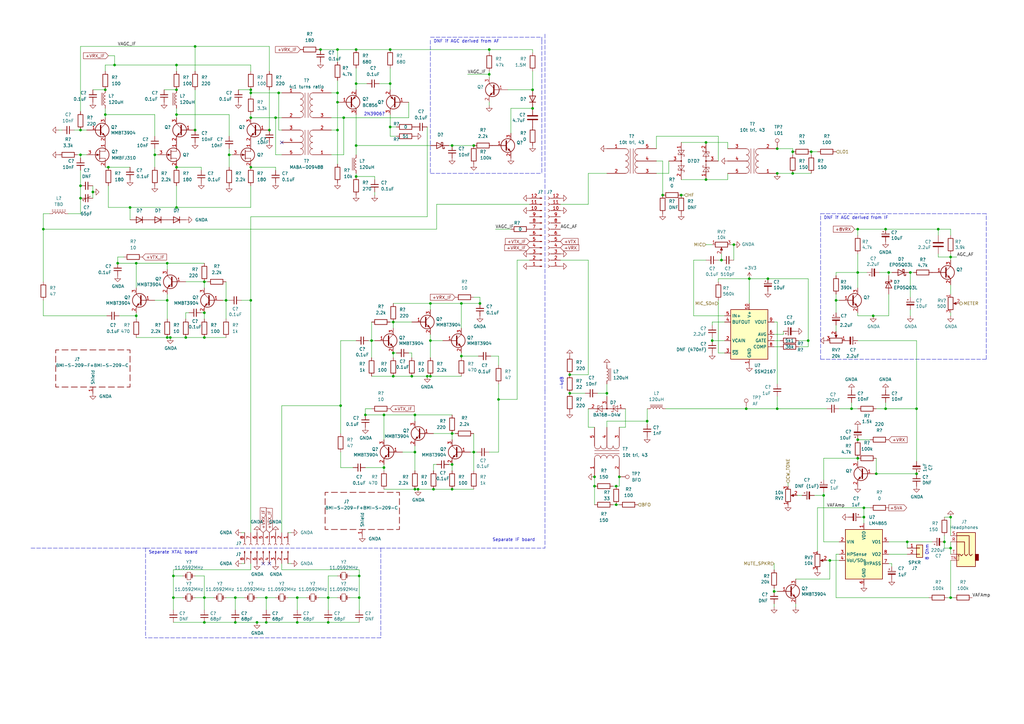
<source format=kicad_sch>
(kicad_sch (version 20211123) (generator eeschema)

  (uuid 0e592cd4-1950-44ef-9727-8e526f4c4e12)

  (paper "A3")

  (title_block
    (title "DART-70 TRX")
    (date "2023-01-15")
    (rev "0")
    (company "HB9EGM")
    (comment 1 "A 4m Band SSB/CW Transceiver")
  )

  

  (junction (at 157.48 191.77) (diameter 0) (color 0 0 0 0)
    (uuid 0079a40d-5664-4eb5-a4a1-35e197c9e578)
  )
  (junction (at 160.02 52.07) (diameter 0) (color 0 0 0 0)
    (uuid 00fc8e1e-afda-4f91-b2e2-9d2566fc305b)
  )
  (junction (at 171.45 200.66) (diameter 0) (color 0 0 0 0)
    (uuid 027f19f3-a3d5-4daa-a96e-c5d9a71c1df8)
  )
  (junction (at 185.42 190.5) (diameter 0) (color 0 0 0 0)
    (uuid 02d8bab6-e62a-43d8-ae0a-47eb8be52f66)
  )
  (junction (at 373.38 111.76) (diameter 0) (color 0 0 0 0)
    (uuid 059f4155-bed3-4fb2-9baa-d569f31b7e5d)
  )
  (junction (at 265.43 172.72) (diameter 0) (color 0 0 0 0)
    (uuid 06536fe5-804c-49ea-be1f-f17d61e41354)
  )
  (junction (at 71.12 236.22) (diameter 0) (color 0 0 0 0)
    (uuid 08e3fbcd-b24c-43b5-a2a5-3ed606084464)
  )
  (junction (at 389.89 212.09) (diameter 0) (color 0 0 0 0)
    (uuid 0964d962-846f-4609-b657-83d8fae25141)
  )
  (junction (at 139.7 166.37) (diameter 0) (color 0 0 0 0)
    (uuid 0a639b6c-6bcd-49c1-9a6e-7344d47860d2)
  )
  (junction (at 134.62 255.27) (diameter 0) (color 0 0 0 0)
    (uuid 0e565d2a-00bb-4f20-8e2e-0f824e8d2762)
  )
  (junction (at 102.87 38.1) (diameter 0) (color 0 0 0 0)
    (uuid 0f8367d0-e4ea-40ae-8dac-4e16d60a532f)
  )
  (junction (at 254 195.58) (diameter 0) (color 0 0 0 0)
    (uuid 14ec63df-7ba1-4b31-a4a0-7e767d727f16)
  )
  (junction (at 38.1 78.74) (diameter 0) (color 0 0 0 0)
    (uuid 173f5655-a774-48b9-985b-3b9523888334)
  )
  (junction (at 170.18 185.42) (diameter 0) (color 0 0 0 0)
    (uuid 17a2367e-a2ff-4b57-83ee-9ab25894ec97)
  )
  (junction (at 363.22 93.98) (diameter 0) (color 0 0 0 0)
    (uuid 1843d2c0-629c-44e7-8460-03ced60a2111)
  )
  (junction (at 176.53 154.305) (diameter 0) (color 0 0 0 0)
    (uuid 1901071a-701e-48b3-9650-22696abf77c4)
  )
  (junction (at 46.99 26.67) (diameter 0) (color 0 0 0 0)
    (uuid 1a164a1f-45a6-43b7-9b64-349463c23d37)
  )
  (junction (at 68.58 123.19) (diameter 0) (color 0 0 0 0)
    (uuid 1a40de25-0d4b-4ee8-8390-eda2db6a3d47)
  )
  (junction (at -66.04 114.3) (diameter 0) (color 0 0 0 0)
    (uuid 1aaf34a3-282e-4633-82fa-9d6cdf32efbb)
  )
  (junction (at 83.82 115.57) (diameter 0) (color 0 0 0 0)
    (uuid 1bbdfeb9-0e22-43ad-a9eb-15915db8f44f)
  )
  (junction (at 185.42 59.69) (diameter 0) (color 0 0 0 0)
    (uuid 1c038126-c738-4381-b698-5c33c4341ae8)
  )
  (junction (at 152.4 139.7) (diameter 0) (color 0 0 0 0)
    (uuid 1cfd82c6-a842-46ad-8b6f-e039805269e2)
  )
  (junction (at 80.01 53.34) (diameter 0) (color 0 0 0 0)
    (uuid 1de51305-582b-4628-8092-75c3cf54eea0)
  )
  (junction (at 68.58 138.43) (diameter 0) (color 0 0 0 0)
    (uuid 1df28245-4758-4aa6-85a4-669f880421f4)
  )
  (junction (at 140.97 48.26) (diameter 0) (color 0 0 0 0)
    (uuid 201d7aae-9fa3-44a6-80ec-1dc27857b95f)
  )
  (junction (at 105.41 255.27) (diameter 0) (color 0 0 0 0)
    (uuid 210630ed-a720-499f-8ec9-3630627e1e05)
  )
  (junction (at 149.86 170.18) (diameter 0) (color 0 0 0 0)
    (uuid 222d63d3-68ff-4a04-b7c3-6efd5c4ab9e1)
  )
  (junction (at 44.45 68.58) (diameter 0) (color 0 0 0 0)
    (uuid 22f086a0-4e36-4832-8e1e-3bdb65f5c3f2)
  )
  (junction (at 83.82 255.27) (diameter 0) (color 0 0 0 0)
    (uuid 24fd922c-d488-4d61-b6dc-9d3e359ccc82)
  )
  (junction (at 43.18 36.83) (diameter 0) (color 0 0 0 0)
    (uuid 2583e10f-d237-4b6a-a35d-cff26f964496)
  )
  (junction (at 307.34 114.3) (diameter 0) (color 0 0 0 0)
    (uuid 2792ed93-89db-4e51-99ff-281323e776eb)
  )
  (junction (at 83.82 128.27) (diameter 0) (color 0 0 0 0)
    (uuid 27eaad48-6f2d-40af-b26c-f1f52c055ea8)
  )
  (junction (at 289.56 73.66) (diameter 0) (color 0 0 0 0)
    (uuid 29679519-0074-4244-8bb1-857f21221a1a)
  )
  (junction (at 106.68 -27.94) (diameter 0) (color 0 0 0 0)
    (uuid 2c488362-c230-4f6d-82f9-a229b1171a23)
  )
  (junction (at 185.42 177.8) (diameter 0) (color 0 0 0 0)
    (uuid 2cd3680a-9e9d-4c97-9125-39c64a75e644)
  )
  (junction (at 72.39 46.99) (diameter 0) (color 0 0 0 0)
    (uuid 2d264e2f-7e31-4a17-86c5-13a68ab3ff7e)
  )
  (junction (at 325.12 62.23) (diameter 0) (color 0 0 0 0)
    (uuid 2ee50ef4-e14b-4cdd-b277-09dbc703d671)
  )
  (junction (at 300.99 100.33) (diameter 0) (color 0 0 0 0)
    (uuid 335263d3-7e35-4a9c-83c2-cd71d45f0688)
  )
  (junction (at 55.88 107.95) (diameter 0) (color 0 0 0 0)
    (uuid 33db3197-3c0b-42f2-b18d-c5f4fadafecf)
  )
  (junction (at 354.33 212.09) (diameter 0) (color 0 0 0 0)
    (uuid 3b2c73f9-53a3-4765-953c-46e211379622)
  )
  (junction (at 170.18 170.18) (diameter 0) (color 0 0 0 0)
    (uuid 3bd6009a-f48b-4c66-92de-4d24549b4c7d)
  )
  (junction (at 194.31 59.69) (diameter 0) (color 0 0 0 0)
    (uuid 3bf0f30a-4c02-4011-9e56-5268cd9a18bc)
  )
  (junction (at 279.4 80.01) (diameter 0) (color 0 0 0 0)
    (uuid 3c3ec9ea-2f3e-4d19-9e10-895079fd0f3f)
  )
  (junction (at 146.05 20.32) (diameter 0) (color 0 0 0 0)
    (uuid 3e9deac2-8e86-484c-b76a-a334d0715f66)
  )
  (junction (at 318.77 167.64) (diameter 0) (color 0 0 0 0)
    (uuid 3fae85f6-374f-4472-8821-81e935dc5df4)
  )
  (junction (at 318.77 60.96) (diameter 0) (color 0 0 0 0)
    (uuid 414842e2-7a02-457e-9971-ff5bded25512)
  )
  (junction (at 170.18 200.66) (diameter 0) (color 0 0 0 0)
    (uuid 43c88063-044a-47b7-b010-f3fb76152eec)
  )
  (junction (at 71.12 245.11) (diameter 0) (color 0 0 0 0)
    (uuid 460147d8-e4b6-4910-88e9-07d1ddd6c2df)
  )
  (junction (at 76.2 138.43) (diameter 0) (color 0 0 0 0)
    (uuid 49cc8c43-5c55-4202-ae4f-37f234578cb7)
  )
  (junction (at 83.82 245.11) (diameter 0) (color 0 0 0 0)
    (uuid 4b982f8b-ca29-4ebf-88fc-8a50b24e0802)
  )
  (junction (at 196.85 124.46) (diameter 0) (color 0 0 0 0)
    (uuid 4cd054ee-d881-48b3-84f1-c7ce34322184)
  )
  (junction (at 306.07 167.64) (diameter 0) (color 0 0 0 0)
    (uuid 55b607c4-6a0a-43be-9a40-9897a26f3d0b)
  )
  (junction (at 143.51 -16.51) (diameter 0) (color 0 0 0 0)
    (uuid 578f33ff-8d12-4136-bb61-e55b7655fa5b)
  )
  (junction (at 161.29 154.305) (diameter 0) (color 0 0 0 0)
    (uuid 5823e780-c4ed-4da5-be38-6b405f0da66a)
  )
  (junction (at 189.23 146.05) (diameter 0) (color 0 0 0 0)
    (uuid 5a351350-3bae-4444-b037-df6bea15164c)
  )
  (junction (at -55.88 106.68) (diameter 0) (color 0 0 0 0)
    (uuid 5b29962f-685a-409c-915c-9c4a92ed442a)
  )
  (junction (at 147.32 245.11) (diameter 0) (color 0 0 0 0)
    (uuid 5c4341e3-29f4-4014-ad6b-9b4cb50156a6)
  )
  (junction (at 134.62 245.11) (diameter 0) (color 0 0 0 0)
    (uuid 5dbda758-e74b-4ccf-ad68-495d537d68ba)
  )
  (junction (at 55.88 129.54) (diameter 0) (color 0 0 0 0)
    (uuid 5dc5b75f-c40f-4eb5-8b75-54744890a0ec)
  )
  (junction (at 152.4 -16.51) (diameter 0) (color 0 0 0 0)
    (uuid 5ed637ac-40ac-434c-a406-609e25d3658d)
  )
  (junction (at 147.32 236.22) (diameter 0) (color 0 0 0 0)
    (uuid 5fc44bfc-3a32-42f5-89ff-303d655beeb1)
  )
  (junction (at 146.05 72.39) (diameter 0) (color 0 0 0 0)
    (uuid 611c0051-64b3-4ff6-b51a-6ea814324060)
  )
  (junction (at 325.12 71.12) (diameter 0) (color 0 0 0 0)
    (uuid 62cd3edc-a5f4-4820-bbe7-c3279ef20997)
  )
  (junction (at 384.81 93.98) (diameter 0) (color 0 0 0 0)
    (uuid 62ed984b-c070-4de1-bd86-30aeb09fb9cd)
  )
  (junction (at 243.84 195.58) (diameter 0) (color 0 0 0 0)
    (uuid 666e4a05-1237-4554-b21f-427292bd8e37)
  )
  (junction (at -55.88 119.38) (diameter 0) (color 0 0 0 0)
    (uuid 669e2f76-dce7-4b88-b383-d3587e6cc0cc)
  )
  (junction (at 375.92 194.31) (diameter 0) (color 0 0 0 0)
    (uuid 707b1436-6255-4e74-ac3c-e365f258d4c7)
  )
  (junction (at 72.39 85.09) (diameter 0) (color 0 0 0 0)
    (uuid 711716b4-cb3c-40a8-915f-7a9cd1c1a345)
  )
  (junction (at -55.88 204.47) (diameter 0) (color 0 0 0 0)
    (uuid 7167e0fb-15b0-446d-969c-ecf63e50097d)
  )
  (junction (at 43.18 46.99) (diameter 0) (color 0 0 0 0)
    (uuid 79aa4561-3272-488a-aacc-d24a783bf3fa)
  )
  (junction (at 233.68 153.67) (diameter 0) (color 0 0 0 0)
    (uuid 7d85be9d-ee09-4a04-83f5-7c03bb72f90d)
  )
  (junction (at 204.47 163.83) (diameter 0) (color 0 0 0 0)
    (uuid 7df221bc-d289-44d1-b3e3-f9267f8abe4a)
  )
  (junction (at 92.71 123.19) (diameter 0) (color 0 0 0 0)
    (uuid 7e24b7ef-d016-426d-a42c-f65bd87459d1)
  )
  (junction (at 68.58 107.95) (diameter 0) (color 0 0 0 0)
    (uuid 7f16053c-1ac6-44e1-ad45-53333cd51424)
  )
  (junction (at 340.36 229.87) (diameter 0) (color 0 0 0 0)
    (uuid 82805698-6948-4458-acba-8dc2adc02007)
  )
  (junction (at 314.96 114.3) (diameter 0) (color 0 0 0 0)
    (uuid 86a34ff8-9697-4394-b32e-9c903027c8af)
  )
  (junction (at 375.92 167.64) (diameter 0) (color 0 0 0 0)
    (uuid 87de6167-efcd-419e-8646-4ba5a69ecc7b)
  )
  (junction (at 138.43 20.32) (diameter 0) (color 0 0 0 0)
    (uuid 89924c9d-894c-4783-bb98-91fe4fffc426)
  )
  (junction (at 83.82 138.43) (diameter 0) (color 0 0 0 0)
    (uuid 8b0bcfdc-3f55-4e36-b156-0996ed2b4911)
  )
  (junction (at 114.3 38.1) (diameter 0) (color 0 0 0 0)
    (uuid 8bf6b6d5-4642-4712-b597-69648f02979f)
  )
  (junction (at 387.35 222.25) (diameter 0) (color 0 0 0 0)
    (uuid 8d612602-5cc8-45dd-a943-2a29be4b9ede)
  )
  (junction (at 138.43 53.34) (diameter 0) (color 0 0 0 0)
    (uuid 8e130204-3aa9-4b37-8e36-da7865904fa3)
  )
  (junction (at 337.82 203.2) (diameter 0) (color 0 0 0 0)
    (uuid 8f57152a-781e-4e8e-b36c-e81f9a864e3b)
  )
  (junction (at 252.73 207.01) (diameter 0) (color 0 0 0 0)
    (uuid 900aee6e-8ffc-4f8c-8a6e-d8e7689e7086)
  )
  (junction (at 93.98 63.5) (diameter 0) (color 0 0 0 0)
    (uuid 91049a94-ccf8-463e-ab05-8a76a56be653)
  )
  (junction (at 33.02 63.5) (diameter 0) (color 0 0 0 0)
    (uuid 9134413a-edf3-40ce-9ec2-93a536746842)
  )
  (junction (at 332.74 62.23) (diameter 0) (color 0 0 0 0)
    (uuid 92648d78-a89e-450a-9d5a-f375414e510f)
  )
  (junction (at 102.87 123.19) (diameter 0) (color 0 0 0 0)
    (uuid 9488cf71-6f2d-4a7f-a6b7-c400e1a80d31)
  )
  (junction (at 138.43 38.1) (diameter 0) (color 0 0 0 0)
    (uuid 94a7e072-a853-4895-a974-0e863ac9edc2)
  )
  (junction (at 96.52 245.11) (diameter 0) (color 0 0 0 0)
    (uuid 9666bb6a-0c1d-4c92-be6d-94a465ec5c51)
  )
  (junction (at 389.89 224.79) (diameter 0) (color 0 0 0 0)
    (uuid 98a1742d-cc82-4a66-87b4-845a0462a9e4)
  )
  (junction (at 72.39 26.67) (diameter 0) (color 0 0 0 0)
    (uuid 994aaeb0-a945-4297-8f22-64b15ec2470b)
  )
  (junction (at 146.05 34.29) (diameter 0) (color 0 0 0 0)
    (uuid a4ec02e9-e140-4dcc-958f-47f7624526cb)
  )
  (junction (at 69.85 138.43) (diameter 0) (color 0 0 0 0)
    (uuid a63ebd0a-4113-4e01-a518-d579deedd3ce)
  )
  (junction (at 351.79 93.98) (diameter 0) (color 0 0 0 0)
    (uuid a65cad0c-0ef1-4ea5-a965-4eae7ac1f6af)
  )
  (junction (at 349.25 167.64) (diameter 0) (color 0 0 0 0)
    (uuid a7cad282-51c3-4f24-be5e-311c2c5e959b)
  )
  (junction (at 317.5 242.57) (diameter 0) (color 0 0 0 0)
    (uuid a81b6768-8ab7-4398-923e-af4751f24292)
  )
  (junction (at 218.44 44.45) (diameter 0) (color 0 0 0 0)
    (uuid a8675aa5-24f4-4a65-9564-259800e24a61)
  )
  (junction (at 185.42 200.66) (diameter 0) (color 0 0 0 0)
    (uuid ab5a5163-9113-4726-bc7a-7e25f5bcb137)
  )
  (junction (at 342.9 123.19) (diameter 0) (color 0 0 0 0)
    (uuid ac0e5582-f44c-4bc2-8ae7-2c3f1115fb00)
  )
  (junction (at 295.91 106.68) (diameter 0) (color 0 0 0 0)
    (uuid ad2d033c-4040-4813-b5da-82cf827f9d86)
  )
  (junction (at 109.22 245.11) (diameter 0) (color 0 0 0 0)
    (uuid ad485fa9-ca4c-467a-b6d9-302ae2ec4eaa)
  )
  (junction (at 109.22 255.27) (diameter 0) (color 0 0 0 0)
    (uuid aed41e50-066a-4d5d-9b35-33c86a58f817)
  )
  (junction (at 161.29 144.78) (diameter 0) (color 0 0 0 0)
    (uuid af8bae6a-8757-4f16-b0d0-abb737783e95)
  )
  (junction (at 33.02 53.34) (diameter 0) (color 0 0 0 0)
    (uuid b046cbfe-7bd9-4ac8-9c60-a84b90a07076)
  )
  (junction (at 146.05 59.69) (diameter 0) (color 0 0 0 0)
    (uuid b0bd599f-5320-4de4-9844-b1248597f45d)
  )
  (junction (at 354.33 208.28) (diameter 0) (color 0 0 0 0)
    (uuid b2c93e47-1b35-4bce-b217-c95c59af9fea)
  )
  (junction (at 200.66 30.48) (diameter 0) (color 0 0 0 0)
    (uuid b52e2ac1-1ad4-4299-a3b7-5950aeda9b09)
  )
  (junction (at 189.23 124.46) (diameter 0) (color 0 0 0 0)
    (uuid b675e2b2-25bf-4b3b-b437-094260cb114b)
  )
  (junction (at 359.41 194.31) (diameter 0) (color 0 0 0 0)
    (uuid b67c5032-3958-4f67-8cff-2bc749aa2559)
  )
  (junction (at 331.47 139.7) (diameter 0) (color 0 0 0 0)
    (uuid b6a3e709-356a-4a55-ac00-07ba73afac37)
  )
  (junction (at 175.26 154.305) (diameter 0) (color 0 0 0 0)
    (uuid b7b19b43-333b-4f4a-a3cd-98293e66d1bd)
  )
  (junction (at 363.22 167.64) (diameter 0) (color 0 0 0 0)
    (uuid b9f8b708-1745-43ec-9646-59495cbc6e07)
  )
  (junction (at 33.02 76.2) (diameter 0) (color 0 0 0 0)
    (uuid bb8014a4-ec9e-4ad1-bfc4-5862db6dd16f)
  )
  (junction (at 110.49 53.34) (diameter 0) (color 0 0 0 0)
    (uuid bb8fc86a-138e-468d-a6f3-4d425bea2798)
  )
  (junction (at 243.84 199.39) (diameter 0) (color 0 0 0 0)
    (uuid bbd7fe45-0b91-4486-a44b-59dbf8a4baa0)
  )
  (junction (at 102.87 48.26) (diameter 0) (color 0 0 0 0)
    (uuid bcb7b50e-e30b-4748-9ad3-15fd19268fd8)
  )
  (junction (at 72.39 36.83) (diameter 0) (color 0 0 0 0)
    (uuid bdd38f4a-d1f5-49ea-86a0-7074369f7406)
  )
  (junction (at 389.89 245.11) (diameter 0) (color 0 0 0 0)
    (uuid bff74fb8-2e53-4140-9d30-8bb9b336dda4)
  )
  (junction (at 351.79 187.96) (diameter 0) (color 0 0 0 0)
    (uuid c07980be-125c-4459-be81-f2b8371f5ae2)
  )
  (junction (at -59.69 134.62) (diameter 0) (color 0 0 0 0)
    (uuid c26d7e1d-0511-44b3-9911-466a7132a529)
  )
  (junction (at 138.43 41.91) (diameter 0) (color 0 0 0 0)
    (uuid c41a688f-80a3-4252-bb37-134631846db3)
  )
  (junction (at 176.53 139.7) (diameter 0) (color 0 0 0 0)
    (uuid c56d43d7-d576-4bc7-8ab7-d28306d83cba)
  )
  (junction (at 121.92 255.27) (diameter 0) (color 0 0 0 0)
    (uuid c8816f2b-d043-4f02-8988-815e5e7435ee)
  )
  (junction (at 121.92 245.11) (diameter 0) (color 0 0 0 0)
    (uuid ca2ddb3d-eff7-4148-ac57-d5c14ba8be31)
  )
  (junction (at 17.78 93.98) (diameter 0) (color 0 0 0 0)
    (uuid ca8cd7c2-9359-47e5-b7a5-1cfc1efe8ce1)
  )
  (junction (at 48.26 107.95) (diameter 0) (color 0 0 0 0)
    (uuid cc03e36c-5f2a-4c8f-aae8-d314a1f96869)
  )
  (junction (at 102.87 36.83) (diameter 0) (color 0 0 0 0)
    (uuid cf4a7a0f-4b62-4a14-8810-1f9be9bb8bca)
  )
  (junction (at 33.02 81.28) (diameter 0) (color 0 0 0 0)
    (uuid cfa6195a-5066-4377-9f73-1328281e7e8b)
  )
  (junction (at 96.52 255.27) (diameter 0) (color 0 0 0 0)
    (uuid d3e01bdf-5c14-407f-80a1-1d934fc04fab)
  )
  (junction (at 194.31 185.42) (diameter 0) (color 0 0 0 0)
    (uuid d46cfddd-ae59-45a8-a05e-501b77d91351)
  )
  (junction (at 168.91 154.305) (diameter 0) (color 0 0 0 0)
    (uuid d54016b1-7373-4445-9268-a10a87031d2a)
  )
  (junction (at 351.79 180.34) (diameter 0) (color 0 0 0 0)
    (uuid d5f44e34-1e33-4144-aa30-1db4271bb385)
  )
  (junction (at 72.39 68.58) (diameter 0) (color 0 0 0 0)
    (uuid d5fa5081-044e-4305-8f5d-d2a56bf86d29)
  )
  (junction (at 372.11 222.25) (diameter 0) (color 0 0 0 0)
    (uuid d6fda246-3399-48cd-8a06-99bbdf8c75e4)
  )
  (junction (at 102.87 68.58) (diameter 0) (color 0 0 0 0)
    (uuid d703d54e-2823-4563-98c8-59d8b8b54fec)
  )
  (junction (at 177.8 200.66) (diameter 0) (color 0 0 0 0)
    (uuid d774c163-0e71-4e59-99e8-33a6c910c00d)
  )
  (junction (at 157.48 170.18) (diameter 0) (color 0 0 0 0)
    (uuid dcdfeb28-863e-4a43-ad64-f6e45863b4d7)
  )
  (junction (at 131.445 20.32) (diameter 0) (color 0 0 0 0)
    (uuid ddaaa428-40ee-45ee-a789-6961e25a11bb)
  )
  (junction (at 113.03 48.26) (diameter 0) (color 0 0 0 0)
    (uuid de406bef-5463-4ca6-973a-507e0875b3c1)
  )
  (junction (at 53.34 85.09) (diameter 0) (color 0 0 0 0)
    (uuid df231e82-dc0c-49c1-a01b-d2be84591ff3)
  )
  (junction (at 364.49 111.76) (diameter 0) (color 0 0 0 0)
    (uuid e3903eeb-8b72-4b40-a088-cbbba270c01b)
  )
  (junction (at 160.02 20.32) (diameter 0) (color 0 0 0 0)
    (uuid e68e2295-e5ad-41e7-931d-7bf2c40e2981)
  )
  (junction (at 63.5 63.5) (diameter 0) (color 0 0 0 0)
    (uuid e736b041-4756-4726-980f-1b93cf00a2ad)
  )
  (junction (at 389.89 105.41) (diameter 0) (color 0 0 0 0)
    (uuid e8558fbd-ea42-43a6-966a-7bd304bdfaad)
  )
  (junction (at 351.79 111.76) (diameter 0) (color 0 0 0 0)
    (uuid eac540a2-0555-4530-b9cb-9b037a65c0a7)
  )
  (junction (at 161.29 132.08) (diameter 0) (color 0 0 0 0)
    (uuid ebb47292-9f48-4312-b342-46b912c5cc5e)
  )
  (junction (at 218.44 36.83) (diameter 0) (color 0 0 0 0)
    (uuid ecba702e-9fb5-4bd7-9b08-5197492ec54b)
  )
  (junction (at 271.78 80.01) (diameter 0) (color 0 0 0 0)
    (uuid f056ea50-55b1-41e7-b494-b5d2ecc55c1b)
  )
  (junction (at 358.14 129.54) (diameter 0) (color 0 0 0 0)
    (uuid f0f3907b-44e3-4106-9f24-d8ce836b6bb0)
  )
  (junction (at 200.66 20.32) (diameter 0) (color 0 0 0 0)
    (uuid f1a9e2a2-6347-4852-b335-cf8402c433a4)
  )
  (junction (at 318.77 71.12) (diameter 0) (color 0 0 0 0)
    (uuid f3285ed9-855d-4b3c-9145-ed9dbda7a1d9)
  )
  (junction (at 176.53 124.46) (diameter 0) (color 0 0 0 0)
    (uuid f48610b4-7716-4660-a4c1-c570d7241e98)
  )
  (junction (at 289.56 58.42) (diameter 0) (color 0 0 0 0)
    (uuid f9728ce1-58db-4b51-bb92-9b665142c745)
  )
  (junction (at 160.02 34.29) (diameter 0) (color 0 0 0 0)
    (uuid fb5d1a59-18d1-49ea-b504-10e76cce8897)
  )
  (junction (at 233.68 161.29) (diameter 0) (color 0 0 0 0)
    (uuid fc4d1f83-01a0-4988-9e5c-365dd357721b)
  )
  (junction (at 252.73 199.39) (diameter 0) (color 0 0 0 0)
    (uuid fdfa5510-42f0-4453-abc9-e2662aed6431)
  )
  (junction (at 292.1 139.7) (diameter 0) (color 0 0 0 0)
    (uuid fe2b05f5-675b-44d0-956c-c5829b7c692a)
  )
  (junction (at 80.01 19.05) (diameter 0) (color 0 0 0 0)
    (uuid fe2ce942-d4c5-4b3f-a09e-cda9276450f6)
  )
  (junction (at 248.92 161.29) (diameter 0) (color 0 0 0 0)
    (uuid ff5fdf11-1f23-47b6-b215-cb1e13c6ad45)
  )

  (no_connect (at 107.95 231.14) (uuid 2b99a1e6-5f67-436f-9ed5-38e8bfd4c142))
  (no_connect (at 115.57 58.42) (uuid d5f2569f-277a-4857-bf67-a25e81fd5311))
  (no_connect (at 110.49 231.14) (uuid ee08a6c2-528a-478b-9089-08fe9a37ec7e))

  (wire (pts (xy 138.43 20.32) (xy 138.43 25.4))
    (stroke (width 0) (type default) (color 0 0 0 0))
    (uuid 00c27d59-c437-4bee-9cde-cbd48a34e31b)
  )
  (wire (pts (xy 17.78 93.98) (xy 17.78 115.57))
    (stroke (width 0) (type default) (color 0 0 0 0))
    (uuid 00ffa92a-629b-4baa-81dc-b693705154cf)
  )
  (wire (pts (xy 331.47 142.24) (xy 327.66 142.24))
    (stroke (width 0) (type default) (color 0 0 0 0))
    (uuid 01caafb3-af8a-4642-870c-c290b286d040)
  )
  (wire (pts (xy 177.8 177.8) (xy 185.42 177.8))
    (stroke (width 0) (type default) (color 0 0 0 0))
    (uuid 01f0181c-303d-46c7-ba34-20eee1c48cd1)
  )
  (wire (pts (xy 170.18 185.42) (xy 165.1 185.42))
    (stroke (width 0) (type default) (color 0 0 0 0))
    (uuid 0222c276-ce98-44cf-9ac7-d0d00163570d)
  )
  (wire (pts (xy 153.67 80.01) (xy 153.67 78.74))
    (stroke (width 0) (type default) (color 0 0 0 0))
    (uuid 027fc545-8a42-4646-8424-467711418116)
  )
  (wire (pts (xy 170.18 200.66) (xy 157.48 200.66))
    (stroke (width 0) (type default) (color 0 0 0 0))
    (uuid 035d062f-f875-4853-8ca1-a348c3967bb1)
  )
  (wire (pts (xy 185.42 59.69) (xy 194.31 59.69))
    (stroke (width 0) (type default) (color 0 0 0 0))
    (uuid 03dd13e2-d89f-47ed-8a2f-ce75e7a97ef3)
  )
  (wire (pts (xy 134.62 245.11) (xy 138.43 245.11))
    (stroke (width 0) (type default) (color 0 0 0 0))
    (uuid 042fe62b-53aa-4e86-97d0-9ccb1e16a895)
  )
  (wire (pts (xy 294.64 144.78) (xy 297.18 144.78))
    (stroke (width 0) (type default) (color 0 0 0 0))
    (uuid 04868f85-bc69-4fa9-8e62-d78ffe5ae58e)
  )
  (wire (pts (xy 102.87 76.2) (xy 102.87 85.09))
    (stroke (width 0) (type default) (color 0 0 0 0))
    (uuid 066671d9-1fdf-4a05-a7e7-cadb7d44b89f)
  )
  (wire (pts (xy 243.84 199.39) (xy 243.84 207.01))
    (stroke (width 0) (type default) (color 0 0 0 0))
    (uuid 0734ff63-3ff1-4961-8ab2-1fd864a1b83d)
  )
  (wire (pts (xy 80.01 236.22) (xy 83.82 236.22))
    (stroke (width 0) (type default) (color 0 0 0 0))
    (uuid 082d865b-0a4e-49c3-b18b-be47fd4a465a)
  )
  (wire (pts (xy 373.38 111.76) (xy 373.38 121.92))
    (stroke (width 0) (type default) (color 0 0 0 0))
    (uuid 09321bf4-1ea1-49b5-b1f9-ac29d6606a74)
  )
  (wire (pts (xy 170.18 170.18) (xy 157.48 170.18))
    (stroke (width 0) (type default) (color 0 0 0 0))
    (uuid 0943dfff-08fd-4176-a97a-8e271f47b148)
  )
  (wire (pts (xy 53.34 85.09) (xy 53.34 90.17))
    (stroke (width 0) (type default) (color 0 0 0 0))
    (uuid 0a0c053c-54e0-4f14-b909-036d0c5fbf08)
  )
  (wire (pts (xy 185.42 177.8) (xy 185.42 180.34))
    (stroke (width 0) (type default) (color 0 0 0 0))
    (uuid 0a80373e-7854-41a7-8441-30fd81967887)
  )
  (wire (pts (xy 63.5 46.99) (xy 43.18 46.99))
    (stroke (width 0) (type default) (color 0 0 0 0))
    (uuid 0b5e9f79-a50b-4078-b2be-eff1d45ab7fc)
  )
  (wire (pts (xy 93.98 123.19) (xy 92.71 123.19))
    (stroke (width 0) (type default) (color 0 0 0 0))
    (uuid 0d6c967f-86f5-44e5-9340-027d68bcbf47)
  )
  (wire (pts (xy 33.02 69.85) (xy 33.02 76.2))
    (stroke (width 0) (type default) (color 0 0 0 0))
    (uuid 0dc79dd3-c584-4173-b914-e6a8bcd18e45)
  )
  (wire (pts (xy -55.88 106.68) (xy -66.04 106.68))
    (stroke (width 0) (type default) (color 0 0 0 0))
    (uuid 0de7d0e7-c8d5-482b-8e8a-d56acfc6ebd8)
  )
  (wire (pts (xy 351.79 104.14) (xy 351.79 111.76))
    (stroke (width 0) (type default) (color 0 0 0 0))
    (uuid 0e1c6bbc-4cc4-4ce9-b48a-8292bb286da8)
  )
  (wire (pts (xy 99.06 218.44) (xy 100.33 218.44))
    (stroke (width 0) (type default) (color 0 0 0 0))
    (uuid 0ef33a4f-7d4b-4740-be50-b4eb0bca14f1)
  )
  (wire (pts (xy 295.91 104.14) (xy 295.91 106.68))
    (stroke (width 0) (type default) (color 0 0 0 0))
    (uuid 100847e3-630c-4c13-ba45-180e92370805)
  )
  (wire (pts (xy 271.78 66.04) (xy 271.78 80.01))
    (stroke (width 0) (type default) (color 0 0 0 0))
    (uuid 10bd27b2-1d07-444a-9776-fc259e0db345)
  )
  (wire (pts (xy -68.58 114.3) (xy -66.04 114.3))
    (stroke (width 0) (type default) (color 0 0 0 0))
    (uuid 119c633c-175b-4b38-bbc1-1a076032c16e)
  )
  (wire (pts (xy 177.8 200.66) (xy 171.45 200.66))
    (stroke (width 0) (type default) (color 0 0 0 0))
    (uuid 11ac1ac8-72b6-43ed-915e-50f87561daf8)
  )
  (wire (pts (xy -59.69 134.62) (xy -59.69 130.81))
    (stroke (width 0) (type default) (color 0 0 0 0))
    (uuid 127b0e8c-8b10-4db4-b691-908ac98caaf1)
  )
  (wire (pts (xy 337.82 201.93) (xy 337.82 203.2))
    (stroke (width 0) (type default) (color 0 0 0 0))
    (uuid 15e1025c-faeb-49ff-aaa3-6ba9acaabd98)
  )
  (wire (pts (xy 340.36 229.87) (xy 339.09 229.87))
    (stroke (width 0) (type default) (color 0 0 0 0))
    (uuid 15e6ceaa-8f70-4b35-984a-690822d99240)
  )
  (wire (pts (xy 218.44 21.59) (xy 218.44 20.32))
    (stroke (width 0) (type default) (color 0 0 0 0))
    (uuid 1606d99f-0508-4f2e-b63b-47e62c4312ee)
  )
  (wire (pts (xy 351.79 93.98) (xy 351.79 96.52))
    (stroke (width 0) (type default) (color 0 0 0 0))
    (uuid 16aa2316-1a67-45e5-b6c4-e59dd85814f4)
  )
  (wire (pts (xy 152.4 139.7) (xy 152.4 146.685))
    (stroke (width 0) (type default) (color 0 0 0 0))
    (uuid 181a0519-5d09-430c-a94d-2385f8d9ebdc)
  )
  (wire (pts (xy 157.48 170.18) (xy 149.86 170.18))
    (stroke (width 0) (type default) (color 0 0 0 0))
    (uuid 18723066-b973-43bf-8bbf-4c210121a928)
  )
  (wire (pts (xy 157.48 191.77) (xy 149.86 191.77))
    (stroke (width 0) (type default) (color 0 0 0 0))
    (uuid 19a56892-f9d5-4508-ab75-59721c555275)
  )
  (wire (pts (xy 317.5 248.92) (xy 317.5 247.65))
    (stroke (width 0) (type default) (color 0 0 0 0))
    (uuid 1a85ffd6-ef8b-418f-990e-456d1ffab00e)
  )
  (wire (pts (xy 209.55 44.45) (xy 209.55 54.61))
    (stroke (width 0) (type default) (color 0 0 0 0))
    (uuid 1a9613ab-fb34-4a02-8365-aadaa421dfaf)
  )
  (wire (pts (xy 342.9 111.76) (xy 351.79 111.76))
    (stroke (width 0) (type default) (color 0 0 0 0))
    (uuid 1a9f0d73-6986-450b-8da5-dca8d718cd0d)
  )
  (wire (pts (xy 27.94 87.63) (xy 33.02 87.63))
    (stroke (width 0) (type default) (color 0 0 0 0))
    (uuid 1bc5b33c-8495-490e-9374-d1f85e319858)
  )
  (wire (pts (xy 134.62 255.27) (xy 147.32 255.27))
    (stroke (width 0) (type default) (color 0 0 0 0))
    (uuid 1d8cbdb8-b0d5-4f06-84c8-05770b7e9555)
  )
  (wire (pts (xy 218.44 20.32) (xy 200.66 20.32))
    (stroke (width 0) (type default) (color 0 0 0 0))
    (uuid 1ddbded3-4d65-49ba-8123-18c72e4b7f4a)
  )
  (wire (pts (xy 83.82 107.95) (xy 68.58 107.95))
    (stroke (width 0) (type default) (color 0 0 0 0))
    (uuid 1e86fcd5-a5d7-4cdd-9821-faca1c13d4bc)
  )
  (wire (pts (xy 185.42 200.66) (xy 177.8 200.66))
    (stroke (width 0) (type default) (color 0 0 0 0))
    (uuid 1f1052c4-d15a-450f-8bb0-3cc3f3592607)
  )
  (wire (pts (xy 93.98 60.96) (xy 93.98 63.5))
    (stroke (width 0) (type default) (color 0 0 0 0))
    (uuid 1f1c22b1-15a3-4e28-88a5-25ba2fbef197)
  )
  (wire (pts (xy 243.84 195.58) (xy 243.84 199.39))
    (stroke (width 0) (type default) (color 0 0 0 0))
    (uuid 1f719a87-1f83-4b82-896e-eb44e9afc694)
  )
  (wire (pts (xy 83.82 236.22) (xy 83.82 245.11))
    (stroke (width 0) (type default) (color 0 0 0 0))
    (uuid 1fd73780-e017-4e2c-9674-56cb6f09dc2d)
  )
  (wire (pts (xy 115.57 233.68) (xy 147.32 233.68))
    (stroke (width 0) (type default) (color 0 0 0 0))
    (uuid 2163a967-be2d-4344-a94d-f1b8da3dc3a3)
  )
  (wire (pts (xy 139.7 177.8) (xy 139.7 166.37))
    (stroke (width 0) (type default) (color 0 0 0 0))
    (uuid 21a5d817-fc98-4bb3-9855-c8710ef862db)
  )
  (wire (pts (xy 55.88 107.95) (xy 48.26 107.95))
    (stroke (width 0) (type default) (color 0 0 0 0))
    (uuid 21ab1c66-7b64-491c-91e9-58d6530a3a75)
  )
  (wire (pts (xy -52.07 134.62) (xy -59.69 134.62))
    (stroke (width 0) (type default) (color 0 0 0 0))
    (uuid 21c9358c-c2dd-4df5-9cfe-ea9bd0b49374)
  )
  (wire (pts (xy 384.81 104.14) (xy 384.81 105.41))
    (stroke (width 0) (type default) (color 0 0 0 0))
    (uuid 22591446-6d82-47ac-b525-9e9deb496c8c)
  )
  (wire (pts (xy 317.5 231.14) (xy 317.5 233.68))
    (stroke (width 0) (type default) (color 0 0 0 0))
    (uuid 226f524c-89b4-46ed-86fd-c8ea41059fd4)
  )
  (wire (pts (xy 218.44 29.21) (xy 218.44 36.83))
    (stroke (width 0) (type default) (color 0 0 0 0))
    (uuid 231e5ae4-1791-4485-9a32-a64456488009)
  )
  (wire (pts (xy 298.45 71.12) (xy 298.45 73.66))
    (stroke (width 0) (type default) (color 0 0 0 0))
    (uuid 24e4c8b7-7963-4a14-b3e0-4b86218811d3)
  )
  (wire (pts (xy 351.79 139.7) (xy 375.92 139.7))
    (stroke (width 0) (type default) (color 0 0 0 0))
    (uuid 25098066-9a17-4284-9f99-e2e221c69cf1)
  )
  (wire (pts (xy 102.87 38.1) (xy 102.87 36.83))
    (stroke (width 0) (type default) (color 0 0 0 0))
    (uuid 25347fbb-8744-4d15-9949-de9866144f81)
  )
  (wire (pts (xy 72.39 26.67) (xy 102.87 26.67))
    (stroke (width 0) (type default) (color 0 0 0 0))
    (uuid 2556849b-244d-40cf-86de-101d00a3273d)
  )
  (wire (pts (xy 67.31 36.83) (xy 72.39 36.83))
    (stroke (width 0) (type default) (color 0 0 0 0))
    (uuid 25b40549-5004-4a9f-8c83-45a4561f2c44)
  )
  (wire (pts (xy 269.24 66.04) (xy 271.78 66.04))
    (stroke (width 0) (type default) (color 0 0 0 0))
    (uuid 261eb6dc-d5dd-4e47-8bce-04c77069621a)
  )
  (wire (pts (xy 46.99 22.86) (xy 46.99 26.67))
    (stroke (width 0) (type default) (color 0 0 0 0))
    (uuid 27937394-9bb7-48f6-a154-02c32eca1c67)
  )
  (wire (pts (xy 161.29 154.305) (xy 168.91 154.305))
    (stroke (width 0) (type default) (color 0 0 0 0))
    (uuid 27e1d8d6-2bc0-4cea-9969-6b82ca7095f9)
  )
  (wire (pts (xy 146.05 46.99) (xy 146.05 59.69))
    (stroke (width 0) (type default) (color 0 0 0 0))
    (uuid 287f053d-d517-4f77-a833-8d255e7a9f3f)
  )
  (wire (pts (xy 92.71 115.57) (xy 92.71 123.19))
    (stroke (width 0) (type default) (color 0 0 0 0))
    (uuid 29752e1f-ceb1-496b-a11e-902d7342a59b)
  )
  (wire (pts (xy 138.43 38.1) (xy 138.43 41.91))
    (stroke (width 0) (type default) (color 0 0 0 0))
    (uuid 2a63233b-a7a2-4c59-82c8-58a12efecada)
  )
  (wire (pts (xy 93.98 63.5) (xy 95.25 63.5))
    (stroke (width 0) (type default) (color 0 0 0 0))
    (uuid 2afd810b-02fc-4ddc-b23c-b8689ad0ab1d)
  )
  (wire (pts (xy 297.18 132.08) (xy 292.1 132.08))
    (stroke (width 0) (type default) (color 0 0 0 0))
    (uuid 2b878984-ad62-40d5-87be-d30f465ae2b3)
  )
  (wire (pts (xy 389.89 120.65) (xy 389.89 116.84))
    (stroke (width 0) (type default) (color 0 0 0 0))
    (uuid 2b894b8a-c098-4d9d-be0f-2ef41dea274e)
  )
  (wire (pts (xy 115.57 218.44) (xy 115.57 166.37))
    (stroke (width 0) (type default) (color 0 0 0 0))
    (uuid 2b95ba84-89c5-4087-8627-4193621a6b38)
  )
  (wire (pts (xy 138.43 236.22) (xy 134.62 236.22))
    (stroke (width 0) (type default) (color 0 0 0 0))
    (uuid 2ba6a5e2-be81-4fda-a558-a7c1489b8584)
  )
  (wire (pts (xy 147.32 250.19) (xy 147.32 245.11))
    (stroke (width 0) (type default) (color 0 0 0 0))
    (uuid 2e6b1f7e-e4c3-43a1-ae90-c85aa40696d5)
  )
  (wire (pts (xy 130.81 245.11) (xy 134.62 245.11))
    (stroke (width 0) (type default) (color 0 0 0 0))
    (uuid 2ec9be40-1d5a-4e2d-8a4d-4be2d3c079d5)
  )
  (wire (pts (xy 151.13 139.7) (xy 152.4 139.7))
    (stroke (width 0) (type default) (color 0 0 0 0))
    (uuid 2ee5db93-e045-43b1-b2f4-b1eedffa6759)
  )
  (wire (pts (xy 204.47 146.05) (xy 204.47 149.86))
    (stroke (width 0) (type default) (color 0 0 0 0))
    (uuid 2fccfe76-be69-493a-9fa1-d6c4465132bf)
  )
  (wire (pts (xy 241.3 175.26) (xy 243.84 175.26))
    (stroke (width 0) (type default) (color 0 0 0 0))
    (uuid 2fe69b18-d697-473e-86f6-288c8afe39fa)
  )
  (wire (pts (xy -59.69 123.19) (xy -59.69 119.38))
    (stroke (width 0) (type default) (color 0 0 0 0))
    (uuid 3019c847-3ccf-490a-9dd6-694227c3fba5)
  )
  (wire (pts (xy 289.56 58.42) (xy 298.45 58.42))
    (stroke (width 0) (type default) (color 0 0 0 0))
    (uuid 306c58e8-628e-47f3-98f7-56966b54150f)
  )
  (wire (pts (xy 102.87 39.37) (xy 102.87 38.1))
    (stroke (width 0) (type default) (color 0 0 0 0))
    (uuid 31405bcc-b3b5-4799-beda-e88762b1ff65)
  )
  (wire (pts (xy 102.87 85.09) (xy 72.39 85.09))
    (stroke (width 0) (type default) (color 0 0 0 0))
    (uuid 314a73cd-4340-4691-9097-14e559730536)
  )
  (wire (pts (xy 175.26 52.07) (xy 175.26 88.9))
    (stroke (width 0) (type default) (color 0 0 0 0))
    (uuid 31e541fe-e778-4230-abe9-6d86f13e6f6a)
  )
  (wire (pts (xy 110.49 19.05) (xy 110.49 29.21))
    (stroke (width 0) (type default) (color 0 0 0 0))
    (uuid 3276e29e-f986-4a1b-866c-9d3cbd2e5d3d)
  )
  (wire (pts (xy 176.53 124.46) (xy 176.53 127))
    (stroke (width 0) (type default) (color 0 0 0 0))
    (uuid 32c3ba09-2122-4e88-ae1d-bdb8279a8818)
  )
  (wire (pts (xy 248.92 157.48) (xy 248.92 161.29))
    (stroke (width 0) (type default) (color 0 0 0 0))
    (uuid 32c84bda-e40f-4e2f-9fd7-361368fa7381)
  )
  (wire (pts (xy 157.48 180.34) (xy 157.48 170.18))
    (stroke (width 0) (type default) (color 0 0 0 0))
    (uuid 32d50c10-a20b-414f-afaf-7821cceaf33a)
  )
  (wire (pts (xy 317.5 241.3) (xy 317.5 242.57))
    (stroke (width 0) (type default) (color 0 0 0 0))
    (uuid 33891c62-a79f-4243-b776-6be292690ac3)
  )
  (wire (pts (xy 289.56 106.68) (xy 284.48 106.68))
    (stroke (width 0) (type default) (color 0 0 0 0))
    (uuid 33b48673-c959-4510-b6fa-fd3f7bdb00fd)
  )
  (wire (pts (xy 327.66 139.7) (xy 331.47 139.7))
    (stroke (width 0) (type default) (color 0 0 0 0))
    (uuid 33b6dbe8-d555-4f35-a63c-27c75fa09ca7)
  )
  (wire (pts (xy -29.21 116.84) (xy -29.21 119.38))
    (stroke (width 0) (type default) (color 0 0 0 0))
    (uuid 33e40dd5-556d-4de0-ab08-235c61b7ba9f)
  )
  (wire (pts (xy 83.82 128.27) (xy 83.82 130.81))
    (stroke (width 0) (type default) (color 0 0 0 0))
    (uuid 340b7fe7-4f71-4fb5-8d3e-955b9a4ee03d)
  )
  (wire (pts (xy 171.45 200.66) (xy 170.18 200.66))
    (stroke (width 0) (type default) (color 0 0 0 0))
    (uuid 341e0f4b-92fa-44cf-9e72-3a5fc025563e)
  )
  (wire (pts (xy 76.2 128.27) (xy 76.2 130.81))
    (stroke (width 0) (type default) (color 0 0 0 0))
    (uuid 34f82a5c-46ef-4bc6-8bbb-3bb5c2b36501)
  )
  (wire (pts (xy 83.82 250.19) (xy 83.82 245.11))
    (stroke (width 0) (type default) (color 0 0 0 0))
    (uuid 35343f32-90ff-4059-a108-111fb444c3d2)
  )
  (wire (pts (xy 342.9 128.27) (xy 342.9 123.19))
    (stroke (width 0) (type default) (color 0 0 0 0))
    (uuid 35e60fa0-27cf-4d0e-8bab-b364400c08c0)
  )
  (wire (pts (xy 256.54 175.26) (xy 256.54 167.64))
    (stroke (width 0) (type default) (color 0 0 0 0))
    (uuid 363da97e-1e62-462f-9402-2473760ff34a)
  )
  (wire (pts (xy 135.89 38.1) (xy 138.43 38.1))
    (stroke (width 0) (type default) (color 0 0 0 0))
    (uuid 364f7692-8fd2-4996-8f00-fec21fff2827)
  )
  (wire (pts (xy 147.32 245.11) (xy 143.51 245.11))
    (stroke (width 0) (type default) (color 0 0 0 0))
    (uuid 36696ac6-2db1-4b52-ae3d-9f3c89d2042f)
  )
  (wire (pts (xy 168.91 154.305) (xy 175.26 154.305))
    (stroke (width 0) (type default) (color 0 0 0 0))
    (uuid 386f204e-f24d-4550-85b9-7f13999cb818)
  )
  (polyline (pts (xy 336.55 147.32) (xy 336.55 87.63))
    (stroke (width 0) (type default) (color 0 0 0 0))
    (uuid 38a62d51-e863-4b0e-8f07-7e1cafdb4037)
  )

  (wire (pts (xy 344.17 227.33) (xy 342.9 227.33))
    (stroke (width 0) (type default) (color 0 0 0 0))
    (uuid 38d04039-5d82-48aa-b8b9-bc35b46616f0)
  )
  (wire (pts (xy 146.05 59.69) (xy 176.53 59.69))
    (stroke (width 0) (type default) (color 0 0 0 0))
    (uuid 393131ec-a9a2-4b13-8fa7-5bb85d9e7338)
  )
  (wire (pts (xy 71.12 233.68) (xy 71.12 236.22))
    (stroke (width 0) (type default) (color 0 0 0 0))
    (uuid 3a274653-eff3-4ffe-9be8-2bfd0950af0a)
  )
  (wire (pts (xy 109.22 245.11) (xy 113.03 245.11))
    (stroke (width 0) (type default) (color 0 0 0 0))
    (uuid 3c11bba2-1b60-442e-87b9-29fc89c74881)
  )
  (wire (pts (xy 353.06 212.09) (xy 354.33 212.09))
    (stroke (width 0) (type default) (color 0 0 0 0))
    (uuid 3cb9e3f7-2481-4b06-b1c0-7c25e9a55f54)
  )
  (wire (pts (xy 24.13 53.34) (xy 25.4 53.34))
    (stroke (width 0) (type default) (color 0 0 0 0))
    (uuid 3ccaef01-74e6-4115-959d-fbd093047018)
  )
  (wire (pts (xy 185.42 190.5) (xy 185.42 193.04))
    (stroke (width 0) (type default) (color 0 0 0 0))
    (uuid 3e47bf3b-545f-417b-95f8-0ce48a2e696b)
  )
  (wire (pts (xy 360.68 111.76) (xy 364.49 111.76))
    (stroke (width 0) (type default) (color 0 0 0 0))
    (uuid 3f206607-332e-4c96-8963-5302804f476f)
  )
  (wire (pts (xy 155.575 34.29) (xy 160.02 34.29))
    (stroke (width 0) (type default) (color 0 0 0 0))
    (uuid 3f2a51a5-354e-4662-86fe-5462c2bd8d58)
  )
  (wire (pts (xy 204.47 157.48) (xy 204.47 163.83))
    (stroke (width 0) (type default) (color 0 0 0 0))
    (uuid 3f52131d-5b9a-4ea4-ac7e-ee67800c9f95)
  )
  (wire (pts (xy 55.88 118.11) (xy 55.88 107.95))
    (stroke (width 0) (type default) (color 0 0 0 0))
    (uuid 40988f9c-3ed9-4059-bf15-214c3bc7f1eb)
  )
  (wire (pts (xy 294.64 123.19) (xy 294.64 144.78))
    (stroke (width 0) (type default) (color 0 0 0 0))
    (uuid 4102ae0e-3d75-40cd-957b-0b4db5d3f5ee)
  )
  (wire (pts (xy 389.89 129.54) (xy 389.89 128.27))
    (stroke (width 0) (type default) (color 0 0 0 0))
    (uuid 4116bfc2-eab3-4c29-a983-44eacd9f10f5)
  )
  (wire (pts (xy 364.49 129.54) (xy 358.14 129.54))
    (stroke (width 0) (type default) (color 0 0 0 0))
    (uuid 4208e41d-1d0a-40b9-bf94-fcbeb6562f9d)
  )
  (wire (pts (xy 102.87 46.99) (xy 102.87 48.26))
    (stroke (width 0) (type default) (color 0 0 0 0))
    (uuid 421e1cc2-36a4-4dea-b009-97c228e970dc)
  )
  (wire (pts (xy -52.07 119.38) (xy -55.88 119.38))
    (stroke (width 0) (type default) (color 0 0 0 0))
    (uuid 4266f6dc-b108-467a-bc4a-756158b1a271)
  )
  (wire (pts (xy 72.39 46.99) (xy 72.39 48.26))
    (stroke (width 0) (type default) (color 0 0 0 0))
    (uuid 426d408a-ed40-43b4-b8c5-0e2c5087c1f6)
  )
  (polyline (pts (xy 176.53 15.24) (xy 222.25 15.24))
    (stroke (width 0) (type default) (color 0 0 0 0))
    (uuid 4284f916-8fed-4278-b00c-4c3f313faf80)
  )

  (wire (pts (xy 80.01 19.05) (xy 110.49 19.05))
    (stroke (width 0) (type default) (color 0 0 0 0))
    (uuid 437cfd94-f586-4649-a4a7-54b6265ccf76)
  )
  (wire (pts (xy 161.29 124.46) (xy 176.53 124.46))
    (stroke (width 0) (type default) (color 0 0 0 0))
    (uuid 43f8ddbb-496d-432f-bf80-5425934c5b4a)
  )
  (wire (pts (xy 102.87 68.58) (xy 113.03 68.58))
    (stroke (width 0) (type default) (color 0 0 0 0))
    (uuid 44df90bf-029f-4262-a166-22df8e216390)
  )
  (wire (pts (xy 363.22 167.64) (xy 363.22 165.1))
    (stroke (width 0) (type default) (color 0 0 0 0))
    (uuid 44e993be-f2df-4e61-a598-dfd6e106a208)
  )
  (wire (pts (xy 340.36 229.87) (xy 340.36 237.49))
    (stroke (width 0) (type default) (color 0 0 0 0))
    (uuid 44ea3588-19dc-4c86-9c46-d1477a80d509)
  )
  (wire (pts (xy 33.02 53.34) (xy 35.56 53.34))
    (stroke (width 0) (type default) (color 0 0 0 0))
    (uuid 454e30d7-bcaa-4ad9-9d06-8047eb4476bc)
  )
  (wire (pts (xy 241.3 71.12) (xy 241.3 83.82))
    (stroke (width 0) (type default) (color 0 0 0 0))
    (uuid 45a5cf74-632b-46ee-90d4-1d268831c5aa)
  )
  (wire (pts (xy 121.92 250.19) (xy 121.92 245.11))
    (stroke (width 0) (type default) (color 0 0 0 0))
    (uuid 462f8e7e-09c6-4676-ba4f-fd07b2868aa8)
  )
  (wire (pts (xy 152.4 167.64) (xy 149.86 167.64))
    (stroke (width 0) (type default) (color 0 0 0 0))
    (uuid 466b5642-6c10-45a7-84e5-76759a53f192)
  )
  (wire (pts (xy 317.5 132.08) (xy 318.77 132.08))
    (stroke (width 0) (type default) (color 0 0 0 0))
    (uuid 46aac001-1e0b-4992-9b6b-7fbd6860af0e)
  )
  (wire (pts (xy 279.4 73.66) (xy 289.56 73.66))
    (stroke (width 0) (type default) (color 0 0 0 0))
    (uuid 4797a9a5-a5db-453d-be34-c58f5e708967)
  )
  (polyline (pts (xy 156.21 224.79) (xy 156.21 261.62))
    (stroke (width 0) (type default) (color 0 0 0 0))
    (uuid 47e3424a-459d-4696-b1ce-e9ec51099a1c)
  )

  (wire (pts (xy 147.32 233.68) (xy 147.32 236.22))
    (stroke (width 0) (type default) (color 0 0 0 0))
    (uuid 47e8fba7-36e4-45b9-a8af-75005a86d254)
  )
  (wire (pts (xy 113.03 69.85) (xy 113.03 68.58))
    (stroke (width 0) (type default) (color 0 0 0 0))
    (uuid 4931cfe6-a57f-424e-bedb-abc0697ca70b)
  )
  (wire (pts (xy 179.07 83.82) (xy 179.07 93.98))
    (stroke (width 0) (type default) (color 0 0 0 0))
    (uuid 4942f291-6ee8-446d-a08b-477bc9a75827)
  )
  (wire (pts (xy 161.29 144.78) (xy 161.29 146.685))
    (stroke (width 0) (type default) (color 0 0 0 0))
    (uuid 4b28c74c-a729-4a18-928b-8fe0d5b5da55)
  )
  (wire (pts (xy 194.31 200.66) (xy 185.42 200.66))
    (stroke (width 0) (type default) (color 0 0 0 0))
    (uuid 4c76f766-86d7-4a64-b1aa-c2031c80d4f9)
  )
  (wire (pts (xy 337.82 222.25) (xy 344.17 222.25))
    (stroke (width 0) (type default) (color 0 0 0 0))
    (uuid 4ce56cdb-8470-4b42-9ca5-e46d2f98344e)
  )
  (wire (pts (xy 102.87 29.21) (xy 102.87 26.67))
    (stroke (width 0) (type default) (color 0 0 0 0))
    (uuid 4d49a0aa-f132-4d9a-8008-eb3731d0492a)
  )
  (wire (pts (xy 143.51 236.22) (xy 147.32 236.22))
    (stroke (width 0) (type default) (color 0 0 0 0))
    (uuid 4e43689e-9cf0-4146-b69d-54896ee090d3)
  )
  (wire (pts (xy 317.5 242.57) (xy 318.77 242.57))
    (stroke (width 0) (type default) (color 0 0 0 0))
    (uuid 4e66ba18-389e-4ff9-97c1-8bd8fb047a01)
  )
  (wire (pts (xy 53.34 85.09) (xy 72.39 85.09))
    (stroke (width 0) (type default) (color 0 0 0 0))
    (uuid 4f4c7500-1079-402a-a4d0-1b3ec566c005)
  )
  (wire (pts (xy 217.17 106.68) (xy 212.09 106.68))
    (stroke (width 0) (type default) (color 0 0 0 0))
    (uuid 4fb04bd5-cfdb-4fab-aea0-9387305ebeba)
  )
  (wire (pts (xy 150.495 34.29) (xy 146.05 34.29))
    (stroke (width 0) (type default) (color 0 0 0 0))
    (uuid 5030a7a1-a98a-4a1f-9156-d5d077f3c23f)
  )
  (wire (pts (xy 44.45 76.2) (xy 44.45 85.09))
    (stroke (width 0) (type default) (color 0 0 0 0))
    (uuid 50928973-c6f1-4b2b-a504-e4f02238a437)
  )
  (wire (pts (xy 139.7 191.77) (xy 139.7 185.42))
    (stroke (width 0) (type default) (color 0 0 0 0))
    (uuid 511a6ee2-9317-4cbe-8266-a2a650b9a216)
  )
  (wire (pts (xy 72.39 76.2) (xy 72.39 85.09))
    (stroke (width 0) (type default) (color 0 0 0 0))
    (uuid 51294bad-a7d2-4fff-a653-b88def9fe12f)
  )
  (wire (pts (xy 189.23 146.05) (xy 189.23 146.685))
    (stroke (width 0) (type default) (color 0 0 0 0))
    (uuid 52052045-87ef-4086-81c8-2654d194b061)
  )
  (wire (pts (xy 167.64 144.78) (xy 168.91 144.78))
    (stroke (width 0) (type default) (color 0 0 0 0))
    (uuid 5280889a-3188-46df-a619-4549a703abe3)
  )
  (wire (pts (xy 279.4 58.42) (xy 289.56 58.42))
    (stroke (width 0) (type default) (color 0 0 0 0))
    (uuid 535b425e-2ead-4101-8ded-6dd7d2c9d352)
  )
  (wire (pts (xy 118.11 231.14) (xy 119.38 231.14))
    (stroke (width 0) (type default) (color 0 0 0 0))
    (uuid 5367530c-ed81-476b-a95e-87df35f5556c)
  )
  (wire (pts (xy 138.43 20.32) (xy 146.05 20.32))
    (stroke (width 0) (type default) (color 0 0 0 0))
    (uuid 53a7277a-bd72-4503-81ee-dc81381da923)
  )
  (wire (pts (xy 72.39 46.99) (xy 93.98 46.99))
    (stroke (width 0) (type default) (color 0 0 0 0))
    (uuid 54b8142c-865d-46b7-bd41-9094b627d1ea)
  )
  (wire (pts (xy 168.91 132.08) (xy 161.29 132.08))
    (stroke (width 0) (type default) (color 0 0 0 0))
    (uuid 54e49061-61dd-4a94-bcd6-0cc9fd006fb8)
  )
  (wire (pts (xy 50.8 105.41) (xy 48.26 105.41))
    (stroke (width 0) (type default) (color 0 0 0 0))
    (uuid 551eb7e2-2cac-4ea0-93bb-fb0886ace4aa)
  )
  (wire (pts (xy 387.35 222.25) (xy 387.35 224.79))
    (stroke (width 0) (type default) (color 0 0 0 0))
    (uuid 558a0009-c3ac-4149-9b82-e1cd2bc91ced)
  )
  (wire (pts (xy 68.58 107.95) (xy 68.58 110.49))
    (stroke (width 0) (type default) (color 0 0 0 0))
    (uuid 55fa5b11-27bb-4c93-8c37-fb25bd7eef42)
  )
  (wire (pts (xy 342.9 123.19) (xy 344.17 123.19))
    (stroke (width 0) (type default) (color 0 0 0 0))
    (uuid 56bbedad-6259-4443-b321-0ffa1f89c336)
  )
  (wire (pts (xy 269.24 60.96) (xy 269.24 55.88))
    (stroke (width 0) (type default) (color 0 0 0 0))
    (uuid 57017bb9-5d41-4b31-9172-29f647f38db6)
  )
  (wire (pts (xy 241.3 167.64) (xy 241.3 175.26))
    (stroke (width 0) (type default) (color 0 0 0 0))
    (uuid 57d8c5b0-8b80-4198-a2ed-4fdaeb3a4ec2)
  )
  (wire (pts (xy 83.82 255.27) (xy 96.52 255.27))
    (stroke (width 0) (type default) (color 0 0 0 0))
    (uuid 59ee13a4-660e-47e2-a73a-01cfe11439e9)
  )
  (wire (pts (xy 138.43 41.91) (xy 138.43 53.34))
    (stroke (width 0) (type default) (color 0 0 0 0))
    (uuid 5a66904e-2fd7-4ea9-aad4-2630cfb8f32d)
  )
  (wire (pts (xy 80.01 36.83) (xy 80.01 53.34))
    (stroke (width 0) (type default) (color 0 0 0 0))
    (uuid 5a8feb70-4d5b-4e2c-8d26-ac865b90757b)
  )
  (wire (pts (xy 203.2 93.98) (xy 209.55 93.98))
    (stroke (width 0) (type default) (color 0 0 0 0))
    (uuid 5b58ef64-16d4-4e2a-982b-be803b946a03)
  )
  (wire (pts (xy 318.77 132.08) (xy 318.77 157.48))
    (stroke (width 0) (type default) (color 0 0 0 0))
    (uuid 5c60e2fd-e25b-42a0-9a7e-d020a279558a)
  )
  (wire (pts (xy 130.81 20.32) (xy 131.445 20.32))
    (stroke (width 0) (type default) (color 0 0 0 0))
    (uuid 5d35063c-8a98-4ce3-8e51-2b1f1e33c613)
  )
  (wire (pts (xy 200.66 20.32) (xy 200.66 21.59))
    (stroke (width 0) (type default) (color 0 0 0 0))
    (uuid 5d37c8f9-7255-4e71-9e76-a95b616c7023)
  )
  (wire (pts (xy 68.58 120.65) (xy 68.58 123.19))
    (stroke (width 0) (type default) (color 0 0 0 0))
    (uuid 5d61554c-302c-4b9a-8711-473158c848a0)
  )
  (wire (pts (xy 157.48 191.77) (xy 157.48 193.04))
    (stroke (width 0) (type default) (color 0 0 0 0))
    (uuid 5d629d5f-2f67-4551-82d1-b6b6c872f3e7)
  )
  (wire (pts (xy 351.79 128.27) (xy 351.79 129.54))
    (stroke (width 0) (type default) (color 0 0 0 0))
    (uuid 5da0928a-9939-439c-bcbe-74de097058a8)
  )
  (wire (pts (xy 170.18 170.18) (xy 170.18 172.72))
    (stroke (width 0) (type default) (color 0 0 0 0))
    (uuid 5ebc4cfe-555b-4a0d-a2c0-002c23002349)
  )
  (wire (pts (xy 162.56 55.88) (xy 160.02 55.88))
    (stroke (width 0) (type default) (color 0 0 0 0))
    (uuid 6017d2ab-865f-4bdd-9b97-0c83fd6d2b13)
  )
  (wire (pts (xy 38.1 78.74) (xy 38.1 81.28))
    (stroke (width 0) (type default) (color 0 0 0 0))
    (uuid 601a3079-487f-4a58-ab73-688af782d04e)
  )
  (wire (pts (xy 31.75 63.5) (xy 33.02 63.5))
    (stroke (width 0) (type default) (color 0 0 0 0))
    (uuid 612f025d-551f-4e49-8b5d-a819986441cc)
  )
  (wire (pts (xy 146.05 27.94) (xy 146.05 34.29))
    (stroke (width 0) (type default) (color 0 0 0 0))
    (uuid 616ebf13-1041-4466-b8c2-d62553fdacc5)
  )
  (wire (pts (xy 17.78 129.54) (xy 17.78 123.19))
    (stroke (width 0) (type default) (color 0 0 0 0))
    (uuid 61e20b33-60fd-4ede-b084-c6821584900d)
  )
  (wire (pts (xy 63.5 55.88) (xy 63.5 46.99))
    (stroke (width 0) (type default) (color 0 0 0 0))
    (uuid 62213c76-72a9-4c47-aa4a-ef940e4a622f)
  )
  (wire (pts (xy 359.41 167.64) (xy 363.22 167.64))
    (stroke (width 0) (type default) (color 0 0 0 0))
    (uuid 6239967a-77bd-4ec9-89cd-e04efd8dbe26)
  )
  (polyline (pts (xy 222.25 16.51) (xy 222.25 15.24))
    (stroke (width 0) (type default) (color 0 0 0 0))
    (uuid 6441305e-3590-44d5-9ead-1c464ec62f7b)
  )

  (wire (pts (xy 17.78 87.63) (xy 20.32 87.63))
    (stroke (width 0) (type default) (color 0 0 0 0))
    (uuid 64d0af16-8771-45ab-a092-494a0b7a72d7)
  )
  (wire (pts (xy 355.6 111.76) (xy 351.79 111.76))
    (stroke (width 0) (type default) (color 0 0 0 0))
    (uuid 6579642b-a152-47f7-af0e-0d8866bdfcb8)
  )
  (wire (pts (xy 170.18 185.42) (xy 170.18 193.04))
    (stroke (width 0) (type default) (color 0 0 0 0))
    (uuid 6586325d-a1b9-438e-b778-06845a1dc5e4)
  )
  (wire (pts (xy 139.7 -16.51) (xy 143.51 -16.51))
    (stroke (width 0) (type default) (color 0 0 0 0))
    (uuid 664ea685-f665-4315-aadf-581a656f41df)
  )
  (wire (pts (xy 176.53 154.305) (xy 189.23 154.305))
    (stroke (width 0) (type default) (color 0 0 0 0))
    (uuid 66a27a32-59de-4aab-93e8-d4c8bbf09c24)
  )
  (wire (pts (xy 233.68 161.29) (xy 240.03 161.29))
    (stroke (width 0) (type default) (color 0 0 0 0))
    (uuid 66c9ab10-e515-4cff-9984-1d125b1275ae)
  )
  (wire (pts (xy 71.12 236.22) (xy 74.93 236.22))
    (stroke (width 0) (type default) (color 0 0 0 0))
    (uuid 66e71cd4-32e2-436f-a2c7-cec951b87904)
  )
  (wire (pts (xy 212.09 106.68) (xy 212.09 163.83))
    (stroke (width 0) (type default) (color 0 0 0 0))
    (uuid 67dc0166-bb70-4ca7-aa7e-573f67e681dd)
  )
  (wire (pts (xy 146.05 59.69) (xy 146.05 63.5))
    (stroke (width 0) (type default) (color 0 0 0 0))
    (uuid 680c1192-8a1e-4300-a7cd-ef7bb4c87384)
  )
  (wire (pts (xy 179.07 190.5) (xy 177.8 190.5))
    (stroke (width 0) (type default) (color 0 0 0 0))
    (uuid 6816c017-2ccb-479e-9f22-54b316f5230c)
  )
  (wire (pts (xy 102.87 48.26) (xy 113.03 48.26))
    (stroke (width 0) (type default) (color 0 0 0 0))
    (uuid 68bb7527-cf5e-4d93-95d9-e93c273fb386)
  )
  (wire (pts (xy 342.9 133.35) (xy 342.9 135.89))
    (stroke (width 0) (type default) (color 0 0 0 0))
    (uuid 68c7348a-0454-4fbf-b511-6a075194c78a)
  )
  (wire (pts (xy 364.49 111.76) (xy 365.76 111.76))
    (stroke (width 0) (type default) (color 0 0 0 0))
    (uuid 68f7174d-ce7a-41b4-89f8-dd7e3ded57a1)
  )
  (wire (pts (xy 384.81 105.41) (xy 389.89 105.41))
    (stroke (width 0) (type default) (color 0 0 0 0))
    (uuid 6a3aff19-5e5c-466c-80b5-82ab994aaee1)
  )
  (wire (pts (xy 294.64 66.04) (xy 294.64 55.88))
    (stroke (width 0) (type default) (color 0 0 0 0))
    (uuid 6c86afcb-7177-47f2-8064-ed3be1ff755e)
  )
  (wire (pts (xy 135.89 63.5) (xy 140.97 63.5))
    (stroke (width 0) (type default) (color 0 0 0 0))
    (uuid 6c9325a1-840c-486a-8f63-2948d1e04f5f)
  )
  (wire (pts (xy 146.05 20.32) (xy 160.02 20.32))
    (stroke (width 0) (type default) (color 0 0 0 0))
    (uuid 6cdd50bd-1188-4620-8e4f-368a173ab413)
  )
  (wire (pts (xy 325.12 62.23) (xy 325.12 63.5))
    (stroke (width 0) (type default) (color 0 0 0 0))
    (uuid 6cf52d79-87b9-4128-8ffe-954ceab1c3dc)
  )
  (wire (pts (xy 63.5 63.5) (xy 63.5 68.58))
    (stroke (width 0) (type default) (color 0 0 0 0))
    (uuid 6d162ee8-074c-4d9f-a276-e927eb92a235)
  )
  (wire (pts (xy 177.8 190.5) (xy 177.8 193.04))
    (stroke (width 0) (type default) (color 0 0 0 0))
    (uuid 6d3c7712-8cda-4039-8fe8-b1516a6d3aca)
  )
  (wire (pts (xy 194.31 177.8) (xy 194.31 185.42))
    (stroke (width 0) (type default) (color 0 0 0 0))
    (uuid 6d53261f-b0db-4380-8d8d-078f89f10106)
  )
  (wire (pts (xy 102.87 233.68) (xy 102.87 231.14))
    (stroke (width 0) (type default) (color 0 0 0 0))
    (uuid 6de42070-f906-4f60-b26b-662ced81e4ea)
  )
  (wire (pts (xy 351.79 111.76) (xy 351.79 118.11))
    (stroke (width 0) (type default) (color 0 0 0 0))
    (uuid 6e416a78-df14-48ee-9842-e6e24081191e)
  )
  (wire (pts (xy 96.52 250.19) (xy 96.52 245.11))
    (stroke (width 0) (type default) (color 0 0 0 0))
    (uuid 6e77d4d6-0239-4c20-98f8-23ae4f71d638)
  )
  (polyline (pts (xy 59.69 224.79) (xy 156.21 224.79))
    (stroke (width 0) (type default) (color 0 0 0 0))
    (uuid 6ee0aee5-dcd6-4c86-9578-66fd2a07923e)
  )

  (wire (pts (xy 168.91 144.78) (xy 168.91 146.685))
    (stroke (width 0) (type default) (color 0 0 0 0))
    (uuid 6f4f277d-4955-4ed0-aa8f-3c5c77634c0b)
  )
  (wire (pts (xy 176.53 139.7) (xy 176.53 146.685))
    (stroke (width 0) (type default) (color 0 0 0 0))
    (uuid 713fe261-a848-4843-8102-1c6d341e4f6e)
  )
  (wire (pts (xy 337.82 196.85) (xy 337.82 187.96))
    (stroke (width 0) (type default) (color 0 0 0 0))
    (uuid 71982dcd-634c-415d-aca3-ecd3d7d2a05c)
  )
  (wire (pts (xy 200.66 185.42) (xy 204.47 185.42))
    (stroke (width 0) (type default) (color 0 0 0 0))
    (uuid 71ded344-f8c1-4ca0-ac8a-52b3de9d0db0)
  )
  (wire (pts (xy 85.09 115.57) (xy 83.82 115.57))
    (stroke (width 0) (type default) (color 0 0 0 0))
    (uuid 7267547e-10d9-4189-a225-e777f62daf31)
  )
  (wire (pts (xy 83.82 115.57) (xy 83.82 118.11))
    (stroke (width 0) (type default) (color 0 0 0 0))
    (uuid 72888bf0-8051-4a88-b0a2-4b1c94c2ef77)
  )
  (wire (pts (xy 55.88 129.54) (xy 55.88 130.81))
    (stroke (width 0) (type default) (color 0 0 0 0))
    (uuid 72e1b341-57e8-4d9f-8e0c-85a23e821865)
  )
  (wire (pts (xy 118.11 218.44) (xy 119.38 218.44))
    (stroke (width 0) (type default) (color 0 0 0 0))
    (uuid 733ef6ba-6e6d-4864-9fb9-5a3c3a2b79b5)
  )
  (wire (pts (xy 17.78 87.63) (xy 17.78 93.98))
    (stroke (width 0) (type default) (color 0 0 0 0))
    (uuid 73aabf25-a95e-4350-87a7-328a1cdf5d36)
  )
  (wire (pts (xy 298.45 58.42) (xy 298.45 60.96))
    (stroke (width 0) (type default) (color 0 0 0 0))
    (uuid 73b2d4b4-d67b-4a9a-a863-3e4af4b8fd5f)
  )
  (wire (pts (xy 115.57 -27.94) (xy 106.68 -27.94))
    (stroke (width 0) (type default) (color 0 0 0 0))
    (uuid 74096bdc-b668-408c-af3a-b048c20bd605)
  )
  (wire (pts (xy 43.18 46.99) (xy 43.18 48.26))
    (stroke (width 0) (type default) (color 0 0 0 0))
    (uuid 742d47be-db3c-4e05-9d4c-991a4295c5b5)
  )
  (wire (pts (xy 317.5 142.24) (xy 320.04 142.24))
    (stroke (width 0) (type default) (color 0 0 0 0))
    (uuid 74d2d2c1-d0d5-412f-ab06-bb67df0a3900)
  )
  (wire (pts (xy 113.03 63.5) (xy 113.03 48.26))
    (stroke (width 0) (type default) (color 0 0 0 0))
    (uuid 764a5883-850b-40d9-8eea-08749cbcb2ae)
  )
  (wire (pts (xy 326.39 237.49) (xy 340.36 237.49))
    (stroke (width 0) (type default) (color 0 0 0 0))
    (uuid 76b488fa-e9f2-40f3-aa68-df8ee6acd181)
  )
  (wire (pts (xy 143.51 -16.51) (xy 144.78 -16.51))
    (stroke (width 0) (type default) (color 0 0 0 0))
    (uuid 771cb5c1-62ba-4cca-999e-cdcbe417213c)
  )
  (polyline (pts (xy 59.69 224.79) (xy 59.69 261.62))
    (stroke (width 0) (type default) (color 0 0 0 0))
    (uuid 77f63278-dd6a-44ad-be59-60e72c5a32f1)
  )

  (wire (pts (xy 140.97 48.26) (xy 167.64 48.26))
    (stroke (width 0) (type default) (color 0 0 0 0))
    (uuid 78e23870-9b05-480d-b825-f65c8269c89f)
  )
  (wire (pts (xy 93.98 55.88) (xy 93.98 46.99))
    (stroke (width 0) (type default) (color 0 0 0 0))
    (uuid 78fe6eb8-dca7-4226-852e-a2bfdac2f5c0)
  )
  (wire (pts (xy 115.57 38.1) (xy 114.3 38.1))
    (stroke (width 0) (type default) (color 0 0 0 0))
    (uuid 794f35f4-b636-49aa-8ca6-7e0d4abedf64)
  )
  (wire (pts (xy 146.05 34.29) (xy 146.05 36.83))
    (stroke (width 0) (type default) (color 0 0 0 0))
    (uuid 799a648d-a74f-4b59-8a8b-0e0f39382bba)
  )
  (wire (pts (xy 363.22 93.98) (xy 384.81 93.98))
    (stroke (width 0) (type default) (color 0 0 0 0))
    (uuid 79bd7607-8381-4bff-b61a-a2c7ffa05fe5)
  )
  (wire (pts (xy 363.22 167.64) (xy 375.92 167.64))
    (stroke (width 0) (type default) (color 0 0 0 0))
    (uuid 7ad359d7-fb0e-425b-ac54-29b8f4378ef2)
  )
  (wire (pts (xy 92.71 245.11) (xy 96.52 245.11))
    (stroke (width 0) (type default) (color 0 0 0 0))
    (uuid 7b75907b-b2ae-4362-89fa-d520339aaa5c)
  )
  (wire (pts (xy 71.12 255.27) (xy 83.82 255.27))
    (stroke (width 0) (type default) (color 0 0 0 0))
    (uuid 7ce4aab5-8271-4432-a4b1-bff168293b45)
  )
  (wire (pts (xy 200.66 30.48) (xy 200.66 31.75))
    (stroke (width 0) (type default) (color 0 0 0 0))
    (uuid 7e16deda-d1e9-4ce8-869a-887e12216c03)
  )
  (wire (pts (xy 351.79 93.98) (xy 363.22 93.98))
    (stroke (width 0) (type default) (color 0 0 0 0))
    (uuid 7f4b7c2c-9af8-4317-9338-c2a6d8990ded)
  )
  (wire (pts (xy 254 195.58) (xy 254 199.39))
    (stroke (width 0) (type default) (color 0 0 0 0))
    (uuid 81033d98-1f01-43a2-bc17-f652715c6f6a)
  )
  (wire (pts (xy 139.7 166.37) (xy 139.7 139.7))
    (stroke (width 0) (type default) (color 0 0 0 0))
    (uuid 81c120d3-2399-465f-a201-e8e8a8ccd4df)
  )
  (wire (pts (xy -34.29 113.03) (xy -34.29 119.38))
    (stroke (width 0) (type default) (color 0 0 0 0))
    (uuid 82941cb3-7e8d-4836-8b43-647cd4390ab6)
  )
  (wire (pts (xy 118.11 245.11) (xy 121.92 245.11))
    (stroke (width 0) (type default) (color 0 0 0 0))
    (uuid 83250ce3-cee5-48b2-8a3e-b1e7887d6a15)
  )
  (polyline (pts (xy 156.21 261.62) (xy 59.69 261.62))
    (stroke (width 0) (type default) (color 0 0 0 0))
    (uuid 832aec89-217a-4ba9-b247-80884d79c326)
  )

  (wire (pts (xy 33.02 45.72) (xy 33.02 19.05))
    (stroke (width 0) (type default) (color 0 0 0 0))
    (uuid 83e0c458-9010-4b84-bde5-090a7ffeba0e)
  )
  (wire (pts (xy 307.34 114.3) (xy 294.64 114.3))
    (stroke (width 0) (type default) (color 0 0 0 0))
    (uuid 84315919-677c-4909-a747-2c92c96d5870)
  )
  (wire (pts (xy 176.53 137.16) (xy 176.53 139.7))
    (stroke (width 0) (type default) (color 0 0 0 0))
    (uuid 861d7de6-c9a6-4659-9603-ced588e84d17)
  )
  (wire (pts (xy 387.35 212.09) (xy 389.89 212.09))
    (stroke (width 0) (type default) (color 0 0 0 0))
    (uuid 862ed0a8-c550-4ac5-8573-67acfa0c6662)
  )
  (wire (pts (xy 233.68 153.67) (xy 241.3 153.67))
    (stroke (width 0) (type default) (color 0 0 0 0))
    (uuid 8653c743-78e8-478b-a033-4202d4b51426)
  )
  (wire (pts (xy 149.86 167.64) (xy 149.86 170.18))
    (stroke (width 0) (type default) (color 0 0 0 0))
    (uuid 866a53b9-c687-4a0b-9a2f-416f80096770)
  )
  (wire (pts (xy 201.295 146.05) (xy 204.47 146.05))
    (stroke (width 0) (type default) (color 0 0 0 0))
    (uuid 86db5dbf-9cbc-4222-86f5-13cecf472807)
  )
  (wire (pts (xy 68.58 123.19) (xy 68.58 130.81))
    (stroke (width 0) (type default) (color 0 0 0 0))
    (uuid 876354bf-a642-4df1-9755-c0e45e9fdf20)
  )
  (wire (pts (xy 218.44 44.45) (xy 209.55 44.45))
    (stroke (width 0) (type default) (color 0 0 0 0))
    (uuid 882d0059-3810-4018-b73c-6bfb52aa389f)
  )
  (wire (pts (xy 229.87 106.68) (xy 241.3 106.68))
    (stroke (width 0) (type default) (color 0 0 0 0))
    (uuid 891e009e-8775-458e-ad96-73a871d8e345)
  )
  (wire (pts (xy 184.15 190.5) (xy 185.42 190.5))
    (stroke (width 0) (type default) (color 0 0 0 0))
    (uuid 894a8cae-6944-4565-b545-9036ece0c2e3)
  )
  (wire (pts (xy 139.7 139.7) (xy 146.05 139.7))
    (stroke (width 0) (type default) (color 0 0 0 0))
    (uuid 89cc0a84-765a-4baf-910b-919ae3e72305)
  )
  (wire (pts (xy 104.14 -27.94) (xy 106.68 -27.94))
    (stroke (width 0) (type default) (color 0 0 0 0))
    (uuid 89df70f4-3579-42b9-861e-6beb04a3b25e)
  )
  (wire (pts (xy 138.43 53.34) (xy 138.43 67.31))
    (stroke (width 0) (type default) (color 0 0 0 0))
    (uuid 8a27e5e0-7095-4086-a01a-ed8a8ab2ad0d)
  )
  (polyline (pts (xy 223.52 13.97) (xy 223.52 88.9))
    (stroke (width 0) (type default) (color 0 0 0 0))
    (uuid 8a7f6552-d973-4f66-ba3a-dcd1ac0b119b)
  )

  (wire (pts (xy 325.12 60.96) (xy 325.12 62.23))
    (stroke (width 0) (type default) (color 0 0 0 0))
    (uuid 8c79c192-9f0e-4699-b9ba-2a8c6ba42712)
  )
  (wire (pts (xy 195.58 185.42) (xy 194.31 185.42))
    (stroke (width 0) (type default) (color 0 0 0 0))
    (uuid 8cb5fd69-7979-481a-81da-0cea0792ea01)
  )
  (wire (pts (xy 146.05 72.39) (xy 153.67 72.39))
    (stroke (width 0) (type default) (color 0 0 0 0))
    (uuid 8ce6ad12-67d1-407c-8cbb-a5d8c673f8ed)
  )
  (wire (pts (xy 373.38 127) (xy 373.38 129.54))
    (stroke (width 0) (type default) (color 0 0 0 0))
    (uuid 8ddee80f-a354-4a11-ae03-acb37cf50626)
  )
  (wire (pts (xy 284.48 129.54) (xy 297.18 129.54))
    (stroke (width 0) (type default) (color 0 0 0 0))
    (uuid 8e5a3783-142f-42f6-a215-d0f81a05c5c0)
  )
  (wire (pts (xy 389.89 222.25) (xy 389.89 224.79))
    (stroke (width 0) (type default) (color 0 0 0 0))
    (uuid 8efdff8a-2eae-4206-a9e2-d66dbfaf890f)
  )
  (wire (pts (xy 307.34 124.46) (xy 307.34 114.3))
    (stroke (width 0) (type default) (color 0 0 0 0))
    (uuid 90207e9d-650a-4c45-b7d5-e506cc85537d)
  )
  (wire (pts (xy 121.92 255.27) (xy 134.62 255.27))
    (stroke (width 0) (type default) (color 0 0 0 0))
    (uuid 90744d5e-9dab-4c38-a84a-09b4f88dc58e)
  )
  (wire (pts (xy 354.33 208.28) (xy 335.28 208.28))
    (stroke (width 0) (type default) (color 0 0 0 0))
    (uuid 90bdf870-0550-4bce-afcf-9ddf2c3ee88a)
  )
  (wire (pts (xy 189.23 146.05) (xy 196.215 146.05))
    (stroke (width 0) (type default) (color 0 0 0 0))
    (uuid 924c390e-5803-4e82-8c1f-965993be53ba)
  )
  (polyline (pts (xy 222.25 16.51) (xy 222.25 71.12))
    (stroke (width 0) (type default) (color 0 0 0 0))
    (uuid 944ed010-3de8-4cfe-831a-67ef38347180)
  )

  (wire (pts (xy 147.32 236.22) (xy 147.32 245.11))
    (stroke (width 0) (type default) (color 0 0 0 0))
    (uuid 9466b2ad-bfe1-4ba3-940d-c7a4a7d0a89c)
  )
  (wire (pts (xy 389.89 229.87) (xy 389.89 245.11))
    (stroke (width 0) (type default) (color 0 0 0 0))
    (uuid 9487770c-99b5-4716-99c4-4feb3cd37d3a)
  )
  (wire (pts (xy 389.89 224.79) (xy 389.89 227.33))
    (stroke (width 0) (type default) (color 0 0 0 0))
    (uuid 94e25012-d552-4148-9f26-d6096e3e0d16)
  )
  (wire (pts (xy 105.41 255.27) (xy 109.22 255.27))
    (stroke (width 0) (type default) (color 0 0 0 0))
    (uuid 9600911d-0df3-419b-8d4a-8d1432a7daf2)
  )
  (wire (pts (xy 106.68 -11.43) (xy 110.49 -11.43))
    (stroke (width 0) (type default) (color 0 0 0 0))
    (uuid 971d1932-4a99-4265-9c76-26e554bde4fe)
  )
  (wire (pts (xy 153.67 73.66) (xy 153.67 72.39))
    (stroke (width 0) (type default) (color 0 0 0 0))
    (uuid 986467b0-d1bf-47a1-a37e-86028f8e433e)
  )
  (wire (pts (xy 63.5 60.96) (xy 63.5 63.5))
    (stroke (width 0) (type default) (color 0 0 0 0))
    (uuid 98cb7198-8cdb-49b4-a229-90ca976d9604)
  )
  (wire (pts (xy 134.62 236.22) (xy 134.62 245.11))
    (stroke (width 0) (type default) (color 0 0 0 0))
    (uuid 991aff4d-a7d3-4a18-b3d9-53ef56bfa070)
  )
  (wire (pts (xy 337.82 187.96) (xy 351.79 187.96))
    (stroke (width 0) (type default) (color 0 0 0 0))
    (uuid 99febb3a-9524-4bf1-a16d-8143b06281b1)
  )
  (wire (pts (xy 43.18 29.21) (xy 43.18 26.67))
    (stroke (width 0) (type default) (color 0 0 0 0))
    (uuid 9a6b9e36-e151-481c-a609-5ce0a828c16e)
  )
  (wire (pts (xy 170.18 182.88) (xy 170.18 185.42))
    (stroke (width 0) (type default) (color 0 0 0 0))
    (uuid 9ac8d52f-2ab4-4046-a711-7a6674619533)
  )
  (wire (pts (xy -44.45 119.38) (xy -44.45 109.22))
    (stroke (width 0) (type default) (color 0 0 0 0))
    (uuid 9ad8e352-005c-4299-8beb-56f3b58c96b7)
  )
  (wire (pts (xy 332.74 63.5) (xy 332.74 62.23))
    (stroke (width 0) (type default) (color 0 0 0 0))
    (uuid 9b2fadc5-cfb1-4fc1-8ba7-7f994bda4f86)
  )
  (wire (pts (xy 43.18 26.67) (xy 46.99 26.67))
    (stroke (width 0) (type default) (color 0 0 0 0))
    (uuid 9b4b23b4-750c-4986-af55-3ecbb074c26b)
  )
  (wire (pts (xy 152.4 139.7) (xy 153.67 139.7))
    (stroke (width 0) (type default) (color 0 0 0 0))
    (uuid 9b6c8d39-1c77-41a7-a65d-fd2dcab9608a)
  )
  (wire (pts (xy 71.12 245.11) (xy 74.93 245.11))
    (stroke (width 0) (type default) (color 0 0 0 0))
    (uuid 9c0314b1-f82f-432d-95a0-65e191202552)
  )
  (wire (pts (xy -55.88 195.58) (xy -55.88 196.85))
    (stroke (width 0) (type default) (color 0 0 0 0))
    (uuid 9caefee8-6dcd-4815-b6e5-c75999fb9c90)
  )
  (wire (pts (xy 105.41 245.11) (xy 109.22 245.11))
    (stroke (width 0) (type default) (color 0 0 0 0))
    (uuid 9cd1ba63-2087-4000-a5a9-797dad78d993)
  )
  (wire (pts (xy 30.48 53.34) (xy 33.02 53.34))
    (stroke (width 0) (type default) (color 0 0 0 0))
    (uuid 9d9ede0c-0e27-477f-80f0-dcae611f6282)
  )
  (wire (pts (xy 44.45 68.58) (xy 53.34 68.58))
    (stroke (width 0) (type default) (color 0 0 0 0))
    (uuid 9e755e31-b4ad-4565-ac13-d8989759655c)
  )
  (wire (pts (xy 254 207.01) (xy 252.73 207.01))
    (stroke (width 0) (type default) (color 0 0 0 0))
    (uuid 9e8b6e8b-d41b-4c79-9f02-4be8d6d87b38)
  )
  (wire (pts (xy 389.89 106.68) (xy 389.89 105.41))
    (stroke (width 0) (type default) (color 0 0 0 0))
    (uuid 9fa51663-d9ff-42d5-ab2b-c96b6768fc7a)
  )
  (polyline (pts (xy 336.55 87.63) (xy 404.495 87.63))
    (stroke (width 0) (type default) (color 0 0 0 0))
    (uuid 9fd6d098-1128-4ceb-8d9e-00657ad9af26)
  )

  (wire (pts (xy 115.57 233.68) (xy 115.57 231.14))
    (stroke (width 0) (type default) (color 0 0 0 0))
    (uuid 9fd9c729-afbc-4d06-ad60-5dc91e23575e)
  )
  (wire (pts (xy 372.11 224.79) (xy 372.11 222.25))
    (stroke (width 0) (type default) (color 0 0 0 0))
    (uuid a0cd6991-c54b-4b6c-adfc-0ca1b9236b7f)
  )
  (wire (pts (xy 279.4 80.01) (xy 280.67 80.01))
    (stroke (width 0) (type default) (color 0 0 0 0))
    (uuid a115dc3b-1187-43e9-add5-00afa518554a)
  )
  (wire (pts (xy 294.64 106.68) (xy 295.91 106.68))
    (stroke (width 0) (type default) (color 0 0 0 0))
    (uuid a17368fb-646b-4ffd-9057-0994609f8a46)
  )
  (wire (pts (xy 389.89 212.09) (xy 389.89 219.71))
    (stroke (width 0) (type default) (color 0 0 0 0))
    (uuid a17afc82-7a0a-4d93-a1a2-452a1c813369)
  )
  (wire (pts (xy 146.05 71.12) (xy 146.05 72.39))
    (stroke (width 0) (type default) (color 0 0 0 0))
    (uuid a1f11dd0-cbd6-4fdb-93a0-81b53efbe38f)
  )
  (polyline (pts (xy 223.52 160.02) (xy 223.52 224.79))
    (stroke (width 0) (type default) (color 0 0 0 0))
    (uuid a1ff8343-0eeb-4536-a575-226235d412ae)
  )

  (wire (pts (xy 252.73 199.39) (xy 251.46 199.39))
    (stroke (width 0) (type default) (color 0 0 0 0))
    (uuid a20de0e7-dd28-42c8-b29a-5ac1168820dd)
  )
  (wire (pts (xy 241.3 71.12) (xy 248.92 71.12))
    (stroke (width 0) (type default) (color 0 0 0 0))
    (uuid a26ae05d-0f1a-4ab3-a979-1a5515cd11fc)
  )
  (wire (pts (xy 335.28 208.28) (xy 335.28 226.06))
    (stroke (width 0) (type default) (color 0 0 0 0))
    (uuid a2e1f699-3a0b-465c-97ba-ad3dfae15c7a)
  )
  (wire (pts (xy 161.29 132.08) (xy 161.29 134.62))
    (stroke (width 0) (type default) (color 0 0 0 0))
    (uuid a36ad366-0975-497f-b659-ecb398df4a05)
  )
  (wire (pts (xy 375.92 139.7) (xy 375.92 167.64))
    (stroke (width 0) (type default) (color 0 0 0 0))
    (uuid a37c2bc4-d0e5-45cb-906e-782a6a477289)
  )
  (wire (pts (xy 351.79 187.96) (xy 351.79 189.23))
    (stroke (width 0) (type default) (color 0 0 0 0))
    (uuid a3f168bf-fdef-4cd9-9a64-7266a3fb4fb1)
  )
  (wire (pts (xy 300.99 106.68) (xy 300.99 100.33))
    (stroke (width 0) (type default) (color 0 0 0 0))
    (uuid a43f2e19-4e11-4e86-a12a-58a691d6df28)
  )
  (wire (pts (xy 55.88 129.54) (xy 55.88 128.27))
    (stroke (width 0) (type default) (color 0 0 0 0))
    (uuid a457521e-1596-431f-b792-1052043edfef)
  )
  (wire (pts (xy 157.48 191.77) (xy 157.48 190.5))
    (stroke (width 0) (type default) (color 0 0 0 0))
    (uuid a51fc177-75f3-44e3-84c4-0736727feff2)
  )
  (wire (pts (xy 334.01 203.2) (xy 337.82 203.2))
    (stroke (width 0) (type default) (color 0 0 0 0))
    (uuid a6187c22-3622-4a1a-a49a-b21e96986f96)
  )
  (wire (pts (xy 298.45 73.66) (xy 289.56 73.66))
    (stroke (width 0) (type default) (color 0 0 0 0))
    (uuid a61d144c-677f-4293-ba9f-55e94b5186d6)
  )
  (wire (pts (xy 354.33 212.09) (xy 354.33 214.63))
    (stroke (width 0) (type default) (color 0 0 0 0))
    (uuid a648e3ca-3bf9-4b8e-a5d4-83d111cd670f)
  )
  (wire (pts (xy 208.28 36.83) (xy 218.44 36.83))
    (stroke (width 0) (type default) (color 0 0 0 0))
    (uuid a670d8dd-e6e3-427b-b0e4-96e825469657)
  )
  (wire (pts (xy -55.88 109.22) (xy -55.88 106.68))
    (stroke (width 0) (type default) (color 0 0 0 0))
    (uuid a7035c1b-863b-4bbf-a32a-6ebba2814e2c)
  )
  (wire (pts (xy 194.31 121.92) (xy 196.85 121.92))
    (stroke (width 0) (type default) (color 0 0 0 0))
    (uuid a7489598-6db2-4ff0-8ef8-ca0cc5f3424d)
  )
  (wire (pts (xy 254 199.39) (xy 252.73 199.39))
    (stroke (width 0) (type default) (color 0 0 0 0))
    (uuid a89ccff9-7439-4dcf-b5f8-bc9a867190cb)
  )
  (wire (pts (xy 200.66 29.21) (xy 200.66 30.48))
    (stroke (width 0) (type default) (color 0 0 0 0))
    (uuid a96a2390-ef86-4195-bd41-db6c7129d162)
  )
  (wire (pts (xy 349.25 167.64) (xy 349.25 165.1))
    (stroke (width 0) (type default) (color 0 0 0 0))
    (uuid aa0e7fe7-e9c2-477f-bcb2-53a1ebd9e3a6)
  )
  (wire (pts (xy 340.36 229.87) (xy 344.17 229.87))
    (stroke (width 0) (type default) (color 0 0 0 0))
    (uuid aa25ffac-7603-4c67-ba8b-2fa69ad61e73)
  )
  (wire (pts (xy 318.77 167.64) (xy 339.09 167.64))
    (stroke (width 0) (type default) (color 0 0 0 0))
    (uuid aa31d3df-5cd9-471a-ae3f-ee1871b9a4f5)
  )
  (wire (pts (xy 109.22 255.27) (xy 121.92 255.27))
    (stroke (width 0) (type default) (color 0 0 0 0))
    (uuid aac30e07-9da2-4f15-b289-3ca947351c45)
  )
  (wire (pts (xy 389.89 105.41) (xy 389.89 104.14))
    (stroke (width 0) (type default) (color 0 0 0 0))
    (uuid ab26a42e-b7f6-4a80-b26c-c01085e448c7)
  )
  (wire (pts (xy 160.02 20.32) (xy 200.66 20.32))
    (stroke (width 0) (type default) (color 0 0 0 0))
    (uuid ab3a6108-d780-4153-aac5-d291908bed49)
  )
  (wire (pts (xy 318.77 71.12) (xy 325.12 71.12))
    (stroke (width 0) (type default) (color 0 0 0 0))
    (uuid ab3efb7a-dd19-4e73-a69b-e9444687bdfc)
  )
  (wire (pts (xy 153.67 -16.51) (xy 152.4 -16.51))
    (stroke (width 0) (type default) (color 0 0 0 0))
    (uuid acb025c1-3784-47d1-b5e9-772bcda8c549)
  )
  (wire (pts (xy 99.06 123.19) (xy 102.87 123.19))
    (stroke (width 0) (type default) (color 0 0 0 0))
    (uuid ad69ac79-69ba-4e8b-902f-8779fa9808d0)
  )
  (wire (pts (xy 46.99 26.67) (xy 72.39 26.67))
    (stroke (width 0) (type default) (color 0 0 0 0))
    (uuid ad84c949-90f4-4ab6-b75d-9a22157a8121)
  )
  (wire (pts (xy 71.12 236.22) (xy 71.12 245.11))
    (stroke (width 0) (type default) (color 0 0 0 0))
    (uuid ae4e99a2-9b94-42f4-9ce9-fc49689ab9f0)
  )
  (polyline (pts (xy 176.53 16.51) (xy 176.53 71.12))
    (stroke (width 0) (type default) (color 0 0 0 0))
    (uuid ae84e68e-1211-4e7a-a6ca-9098bfe0f6c2)
  )

  (wire (pts (xy 76.2 115.57) (xy 83.82 115.57))
    (stroke (width 0) (type default) (color 0 0 0 0))
    (uuid aeb164c8-83ef-4f5d-9f6e-f61c37a6f77e)
  )
  (wire (pts (xy 318.77 162.56) (xy 318.77 167.64))
    (stroke (width 0) (type default) (color 0 0 0 0))
    (uuid afb73f1e-0b8f-4bf0-9c1c-4539b47c218e)
  )
  (wire (pts (xy 391.16 245.11) (xy 389.89 245.11))
    (stroke (width 0) (type default) (color 0 0 0 0))
    (uuid afe1bfff-a9ef-40bc-9868-5d0708d986a5)
  )
  (wire (pts (xy 121.92 245.11) (xy 125.73 245.11))
    (stroke (width 0) (type default) (color 0 0 0 0))
    (uuid b09870ad-8985-4a1c-a7b1-3acb9a1b9282)
  )
  (wire (pts (xy 364.49 113.03) (xy 364.49 111.76))
    (stroke (width 0) (type default) (color 0 0 0 0))
    (uuid b20fb198-6b0b-4cab-9ba8-ea9b46e8088f)
  )
  (wire (pts (xy 102.87 123.19) (xy 102.87 218.44))
    (stroke (width 0) (type default) (color 0 0 0 0))
    (uuid b22c70b6-b021-4abb-bf6b-dcefa54b3950)
  )
  (wire (pts (xy 72.39 44.45) (xy 72.39 46.99))
    (stroke (width 0) (type default) (color 0 0 0 0))
    (uuid b29d86b2-0366-46e7-9a91-8c4a1941caeb)
  )
  (wire (pts (xy 152.4 132.08) (xy 152.4 139.7))
    (stroke (width 0) (type default) (color 0 0 0 0))
    (uuid b2d7677a-8b16-4015-9229-c2928793e106)
  )
  (wire (pts (xy 365.76 232.41) (xy 365.76 231.14))
    (stroke (width 0) (type default) (color 0 0 0 0))
    (uuid b378a2dc-2ed3-4598-ad14-af97f2918627)
  )
  (wire (pts (xy 76.2 138.43) (xy 69.85 138.43))
    (stroke (width 0) (type default) (color 0 0 0 0))
    (uuid b3a6d7e4-e142-469f-a06b-82ad80a30391)
  )
  (polyline (pts (xy 12.7 224.79) (xy 59.69 224.79))
    (stroke (width 0) (type default) (color 0 0 0 0))
    (uuid b3e0b8c5-3cc5-4c64-a59d-7c4c52613b61)
  )

  (wire (pts (xy 184.15 59.69) (xy 185.42 59.69))
    (stroke (width 0) (type default) (color 0 0 0 0))
    (uuid b4539792-8a34-4396-bc51-71446ff68c05)
  )
  (wire (pts (xy 245.11 161.29) (xy 248.92 161.29))
    (stroke (width 0) (type default) (color 0 0 0 0))
    (uuid b518967e-7fc6-4c55-8477-28c09278425a)
  )
  (wire (pts (xy 191.77 30.48) (xy 200.66 30.48))
    (stroke (width 0) (type default) (color 0 0 0 0))
    (uuid b5402cb1-f125-464d-b51f-9bbd89d0cf58)
  )
  (wire (pts (xy 80.01 245.11) (xy 83.82 245.11))
    (stroke (width 0) (type default) (color 0 0 0 0))
    (uuid b632afec-1444-4246-8afb-cc14a57567e7)
  )
  (wire (pts (xy 97.79 36.83) (xy 102.87 36.83))
    (stroke (width 0) (type default) (color 0 0 0 0))
    (uuid b67e54b1-0ac3-4b17-8fbf-e2e1b931c586)
  )
  (wire (pts (xy 44.45 85.09) (xy 53.34 85.09))
    (stroke (width 0) (type default) (color 0 0 0 0))
    (uuid b6950d03-8cf8-49d4-a5ca-91b4fdfa9229)
  )
  (wire (pts (xy 71.12 233.68) (xy 102.87 233.68))
    (stroke (width 0) (type default) (color 0 0 0 0))
    (uuid b758cdc4-d8c7-4a13-82b5-33ccb4564ebf)
  )
  (wire (pts (xy 321.31 135.89) (xy 321.31 137.16))
    (stroke (width 0) (type default) (color 0 0 0 0))
    (uuid b7a98f67-0726-475f-929b-583938876891)
  )
  (wire (pts (xy 160.02 46.99) (xy 160.02 52.07))
    (stroke (width 0) (type default) (color 0 0 0 0))
    (uuid b7e50eae-7a65-4252-966a-2c158c8e8129)
  )
  (wire (pts (xy 134.62 250.19) (xy 134.62 245.11))
    (stroke (width 0) (type default) (color 0 0 0 0))
    (uuid b853d9ac-7829-468f-99ac-dc9996502e94)
  )
  (wire (pts (xy 375.92 167.64) (xy 375.92 189.23))
    (stroke (width 0) (type default) (color 0 0 0 0))
    (uuid b863cb16-8e12-4d98-a0ca-238a09c8da27)
  )
  (wire (pts (xy 241.3 83.82) (xy 229.87 83.82))
    (stroke (width 0) (type default) (color 0 0 0 0))
    (uuid b8e27aba-610e-40c0-8b18-37d81a5c4ce7)
  )
  (wire (pts (xy 194.31 185.42) (xy 194.31 193.04))
    (stroke (width 0) (type default) (color 0 0 0 0))
    (uuid b8e6eb49-83e5-473d-bc54-730e78dd5555)
  )
  (wire (pts (xy 72.39 29.21) (xy 72.39 26.67))
    (stroke (width 0) (type default) (color 0 0 0 0))
    (uuid b974ed7e-d581-4d99-941f-e2d2b55029a9)
  )
  (wire (pts (xy 68.58 138.43) (xy 55.88 138.43))
    (stroke (width 0) (type default) (color 0 0 0 0))
    (uuid b9a322dd-1732-4aa8-b1cb-83aca4e2932f)
  )
  (wire (pts (xy 38.1 36.83) (xy 43.18 36.83))
    (stroke (width 0) (type default) (color 0 0 0 0))
    (uuid b9ce8e3e-e1ed-40cd-a087-5014bb2860e2)
  )
  (wire (pts (xy 331.47 139.7) (xy 331.47 142.24))
    (stroke (width 0) (type default) (color 0 0 0 0))
    (uuid ba3f68df-a80d-4363-9b28-2b49507e87bd)
  )
  (wire (pts (xy 306.07 167.64) (xy 273.05 167.64))
    (stroke (width 0) (type default) (color 0 0 0 0))
    (uuid bb15169f-4125-4ee2-80f1-d029f5aaa10b)
  )
  (wire (pts (xy 33.02 64.77) (xy 33.02 63.5))
    (stroke (width 0) (type default) (color 0 0 0 0))
    (uuid bba259b9-8171-4213-ab6c-450bc877397a)
  )
  (wire (pts (xy 387.35 224.79) (xy 389.89 224.79))
    (stroke (width 0) (type default) (color 0 0 0 0))
    (uuid bc7b8c61-27e4-4908-8669-67ebb5f692cf)
  )
  (wire (pts (xy 351.79 129.54) (xy 358.14 129.54))
    (stroke (width 0) (type default) (color 0 0 0 0))
    (uuid bca99a8e-598f-436a-9158-7a050d1f7ca4)
  )
  (wire (pts (xy 167.64 48.26) (xy 167.64 41.91))
    (stroke (width 0) (type default) (color 0 0 0 0))
    (uuid bd7a60ba-7561-4c78-be84-2d31ea3c9a90)
  )
  (wire (pts (xy 71.12 250.19) (xy 71.12 245.11))
    (stroke (width 0) (type default) (color 0 0 0 0))
    (uuid be030c62-e776-405f-97d8-4a4c1aa2e428)
  )
  (wire (pts (xy 196.85 121.92) (xy 196.85 124.46))
    (stroke (width 0) (type default) (color 0 0 0 0))
    (uuid be587039-6e36-4e34-8702-3350f5fccd9f)
  )
  (wire (pts (xy 354.33 208.28) (xy 354.33 212.09))
    (stroke (width 0) (type default) (color 0 0 0 0))
    (uuid bf3d9004-c3bc-4f6d-8e38-d8893e8ea61d)
  )
  (wire (pts (xy 115.57 166.37) (xy 139.7 166.37))
    (stroke (width 0) (type default) (color 0 0 0 0))
    (uuid bf6f283f-0953-44aa-b703-3c7098a50fef)
  )
  (wire (pts (xy 269.24 71.12) (xy 274.32 71.12))
    (stroke (width 0) (type default) (color 0 0 0 0))
    (uuid bfeebcc7-cbd3-4df8-85ba-0ba757e2fcef)
  )
  (wire (pts (xy 337.82 203.2) (xy 337.82 222.25))
    (stroke (width 0) (type default) (color 0 0 0 0))
    (uuid c0916a93-2b35-4113-a4fe-6a67a526b9f9)
  )
  (wire (pts (xy 176.53 139.7) (xy 181.61 139.7))
    (stroke (width 0) (type default) (color 0 0 0 0))
    (uuid c0a890f8-ad2e-4ba9-a76b-c8678e93a97e)
  )
  (wire (pts (xy 318.77 60.96) (xy 325.12 60.96))
    (stroke (width 0) (type default) (color 0 0 0 0))
    (uuid c0ba8559-eb09-42c4-8da3-665532c4020b)
  )
  (wire (pts (xy 96.52 245.11) (xy 100.33 245.11))
    (stroke (width 0) (type default) (color 0 0 0 0))
    (uuid c10ace36-a93c-4c08-ac75-059ef9e1f71c)
  )
  (wire (pts (xy 109.22 250.19) (xy 109.22 245.11))
    (stroke (width 0) (type default) (color 0 0 0 0))
    (uuid c1518dae-2aaf-4360-9028-98a626546353)
  )
  (wire (pts (xy 160.02 52.07) (xy 162.56 52.07))
    (stroke (width 0) (type default) (color 0 0 0 0))
    (uuid c1774198-10b2-4dda-8829-7913611991d2)
  )
  (wire (pts (xy 160.02 52.07) (xy 160.02 55.88))
    (stroke (width 0) (type default) (color 0 0 0 0))
    (uuid c1ab824d-8efc-4cd8-9f43-327d9d0c6d56)
  )
  (wire (pts (xy 44.45 22.86) (xy 46.99 22.86))
    (stroke (width 0) (type default) (color 0 0 0 0))
    (uuid c1b17eae-0b5e-46fa-aabc-65b19d4a6c85)
  )
  (wire (pts (xy 189.23 146.05) (xy 189.23 144.78))
    (stroke (width 0) (type default) (color 0 0 0 0))
    (uuid c1b72de9-d7dd-4dc4-b7ef-6f244a158b15)
  )
  (wire (pts (xy 384.81 96.52) (xy 384.81 93.98))
    (stroke (width 0) (type default) (color 0 0 0 0))
    (uuid c1fbee58-f474-4414-9110-64abd03ed7c9)
  )
  (wire (pts (xy 365.76 231.14) (xy 364.49 231.14))
    (stroke (width 0) (type default) (color 0 0 0 0))
    (uuid c201acc2-4657-4953-8314-8005b01e8999)
  )
  (wire (pts (xy -55.88 204.47) (xy -45.72 204.47))
    (stroke (width 0) (type default) (color 0 0 0 0))
    (uuid c25b90aa-c787-46a1-8b80-e5b9fd45039a)
  )
  (wire (pts (xy 162.56 144.78) (xy 161.29 144.78))
    (stroke (width 0) (type default) (color 0 0 0 0))
    (uuid c339b7f7-fe73-4c78-92da-a2470bc8db79)
  )
  (wire (pts (xy 113.03 48.26) (xy 115.57 48.26))
    (stroke (width 0) (type default) (color 0 0 0 0))
    (uuid c455797c-9957-4f4e-b9fa-bc8fb19e8195)
  )
  (wire (pts (xy 138.43 33.02) (xy 138.43 38.1))
    (stroke (width 0) (type default) (color 0 0 0 0))
    (uuid c52bb976-13fa-4a24-81a1-5f542712ba63)
  )
  (wire (pts (xy 82.55 69.85) (xy 82.55 68.58))
    (stroke (width 0) (type default) (color 0 0 0 0))
    (uuid c63fc73c-850a-430d-b7fb-5b0409b07f81)
  )
  (wire (pts (xy 33.02 63.5) (xy 35.56 63.5))
    (stroke (width 0) (type default) (color 0 0 0 0))
    (uuid c6aa42b3-b911-4e5f-bedc-027557e7363b)
  )
  (wire (pts (xy 331.47 114.3) (xy 331.47 139.7))
    (stroke (width 0) (type default) (color 0 0 0 0))
    (uuid c6d0e6be-376d-4beb-9794-508920a2265a)
  )
  (polyline (pts (xy 156.21 224.79) (xy 223.52 224.79))
    (stroke (width 0) (type default) (color 0 0 0 0))
    (uuid c7305559-6527-4880-a1ea-8a5bed4c454a)
  )

  (wire (pts (xy 284.48 106.68) (xy 284.48 129.54))
    (stroke (width 0) (type default) (color 0 0 0 0))
    (uuid c78d97f4-1d1b-46c3-bcbb-8424944a8978)
  )
  (wire (pts (xy 33.02 19.05) (xy 80.01 19.05))
    (stroke (width 0) (type default) (color 0 0 0 0))
    (uuid c7be7ce7-19ce-4a48-ae04-71b6b7b179dd)
  )
  (wire (pts (xy 99.06 231.14) (xy 100.33 231.14))
    (stroke (width 0) (type default) (color 0 0 0 0))
    (uuid c7f523d2-7966-4884-9a2c-a5a340a26c59)
  )
  (wire (pts (xy 314.96 114.3) (xy 331.47 114.3))
    (stroke (width 0) (type default) (color 0 0 0 0))
    (uuid ca2c6135-06b9-49ec-b90b-71e52fd66fd1)
  )
  (wire (pts (xy 342.9 227.33) (xy 342.9 245.11))
    (stroke (width 0) (type default) (color 0 0 0 0))
    (uuid ca6d9fd6-ee72-49d3-8ab2-ceb8842a871d)
  )
  (wire (pts (xy 200.66 41.91) (xy 200.66 43.18))
    (stroke (width 0) (type default) (color 0 0 0 0))
    (uuid cac85ae7-1547-48bf-a832-ea9e07fc975a)
  )
  (wire (pts (xy 342.9 113.03) (xy 342.9 111.76))
    (stroke (width 0) (type default) (color 0 0 0 0))
    (uuid cad44c02-7fd2-4e9a-b93a-e1b73d6a3ee6)
  )
  (wire (pts (xy 140.97 63.5) (xy 140.97 48.26))
    (stroke (width 0) (type default) (color 0 0 0 0))
    (uuid caf4bd7d-8693-44f4-ab03-fdf656a5b153)
  )
  (polyline (pts (xy 176.53 71.12) (xy 222.25 71.12))
    (stroke (width 0) (type default) (color 0 0 0 0))
    (uuid cb200f8a-5e17-412c-870a-c42dc4524d12)
  )

  (wire (pts (xy 43.815 129.54) (xy 17.78 129.54))
    (stroke (width 0) (type default) (color 0 0 0 0))
    (uuid cb6d1d3f-bcc0-4d03-a875-5bd1e3150e40)
  )
  (wire (pts (xy 326.39 248.92) (xy 326.39 247.65))
    (stroke (width 0) (type default) (color 0 0 0 0))
    (uuid cc5561df-9d20-4574-af60-64f10025a0ed)
  )
  (wire (pts (xy 92.71 138.43) (xy 83.82 138.43))
    (stroke (width 0) (type default) (color 0 0 0 0))
    (uuid cccb8dbc-521e-487e-a976-6ff7623e716a)
  )
  (wire (pts (xy 292.1 132.08) (xy 292.1 133.35))
    (stroke (width 0) (type default) (color 0 0 0 0))
    (uuid cce13a3b-854c-49ae-8b19-551eed5c4f96)
  )
  (wire (pts (xy 189.23 134.62) (xy 189.23 124.46))
    (stroke (width 0) (type default) (color 0 0 0 0))
    (uuid cd5b3075-befd-4e51-b62e-07c38d30468f)
  )
  (wire (pts (xy 102.87 88.9) (xy 102.87 123.19))
    (stroke (width 0) (type default) (color 0 0 0 0))
    (uuid cd68f7a7-8c92-4307-81f0-667e9041e6a3)
  )
  (wire (pts (xy 294.64 114.3) (xy 294.64 115.57))
    (stroke (width 0) (type default) (color 0 0 0 0))
    (uuid cd8c6c53-febf-40c1-af77-5373add0fde7)
  )
  (wire (pts (xy 17.78 93.98) (xy 179.07 93.98))
    (stroke (width 0) (type default) (color 0 0 0 0))
    (uuid cebe7d88-ff95-46cb-9c88-3db49c58adb5)
  )
  (wire (pts (xy 375.92 194.31) (xy 359.41 194.31))
    (stroke (width 0) (type default) (color 0 0 0 0))
    (uuid ceecacb9-2aa2-4201-a987-375bb56c6cf4)
  )
  (wire (pts (xy 144.78 191.77) (xy 139.7 191.77))
    (stroke (width 0) (type default) (color 0 0 0 0))
    (uuid cf0cc3f9-f6de-4391-88fd-a7e315578a25)
  )
  (wire (pts (xy 351.79 180.34) (xy 356.87 180.34))
    (stroke (width 0) (type default) (color 0 0 0 0))
    (uuid cf6c0eba-3dbf-45a7-8347-a59ccfe5e5f0)
  )
  (wire (pts (xy 92.71 123.19) (xy 92.71 130.81))
    (stroke (width 0) (type default) (color 0 0 0 0))
    (uuid cf787709-84ea-4483-ac1f-5ac8024796c9)
  )
  (wire (pts (xy 82.55 128.27) (xy 83.82 128.27))
    (stroke (width 0) (type default) (color 0 0 0 0))
    (uuid d0143b39-47c0-41cb-bed3-83e9c24397f8)
  )
  (wire (pts (xy 96.52 255.27) (xy 105.41 255.27))
    (stroke (width 0) (type default) (color 0 0 0 0))
    (uuid d017347c-cbb9-4df4-89ab-31f58a831157)
  )
  (wire (pts (xy 55.88 129.54) (xy 48.895 129.54))
    (stroke (width 0) (type default) (color 0 0 0 0))
    (uuid d1750f94-6a37-49dc-b92e-66b81e0abbfa)
  )
  (wire (pts (xy 364.49 120.65) (xy 364.49 129.54))
    (stroke (width 0) (type default) (color 0 0 0 0))
    (uuid d1f81642-eb3a-4277-b357-9cbb5a3aa5ac)
  )
  (wire (pts (xy 292.1 139.7) (xy 292.1 138.43))
    (stroke (width 0) (type default) (color 0 0 0 0))
    (uuid d22f8c08-7c7a-481b-96ff-cad6b4c95453)
  )
  (wire (pts (xy 392.43 105.41) (xy 389.89 105.41))
    (stroke (width 0) (type default) (color 0 0 0 0))
    (uuid d25a1e45-06d1-4c1c-9b3a-0fd8abd0bfed)
  )
  (wire (pts (xy 254 175.26) (xy 256.54 175.26))
    (stroke (width 0) (type default) (color 0 0 0 0))
    (uuid d25d83bc-eb2d-4dd8-a6eb-fe4d29e09b5c)
  )
  (wire (pts (xy 387.35 219.71) (xy 387.35 222.25))
    (stroke (width 0) (type default) (color 0 0 0 0))
    (uuid d2ba2f44-2009-41ef-80cd-e791d7908035)
  )
  (wire (pts (xy 185.42 170.18) (xy 170.18 170.18))
    (stroke (width 0) (type default) (color 0 0 0 0))
    (uuid d3888cc0-e66e-443f-b378-d49d3f102668)
  )
  (wire (pts (xy 114.3 38.1) (xy 114.3 53.34))
    (stroke (width 0) (type default) (color 0 0 0 0))
    (uuid d3bb729c-910c-4fdd-827c-56be97b1f1e9)
  )
  (wire (pts (xy 342.9 123.19) (xy 342.9 120.65))
    (stroke (width 0) (type default) (color 0 0 0 0))
    (uuid d3db736b-0e33-4126-b950-5488923df40e)
  )
  (wire (pts (xy 251.46 207.01) (xy 252.73 207.01))
    (stroke (width 0) (type default) (color 0 0 0 0))
    (uuid d3fd96c3-0379-403f-99e1-e3d6e8baf4a6)
  )
  (wire (pts (xy 135.89 48.26) (xy 140.97 48.26))
    (stroke (width 0) (type default) (color 0 0 0 0))
    (uuid d4627db6-1a49-40c4-8376-8ee65063d491)
  )
  (wire (pts (xy 356.87 208.28) (xy 354.33 208.28))
    (stroke (width 0) (type default) (color 0 0 0 0))
    (uuid d49d33a5-c0cd-4f05-819d-be9284b21a2e)
  )
  (wire (pts (xy 217.17 83.82) (xy 179.07 83.82))
    (stroke (width 0) (type default) (color 0 0 0 0))
    (uuid d4a467f7-2921-4d83-bd62-e522d6dec414)
  )
  (wire (pts (xy 384.81 93.98) (xy 389.89 93.98))
    (stroke (width 0) (type default) (color 0 0 0 0))
    (uuid d54fce64-01e8-4f5c-8f34-4e64d47e3402)
  )
  (wire (pts (xy 110.49 36.83) (xy 110.49 53.34))
    (stroke (width 0) (type default) (color 0 0 0 0))
    (uuid d6892143-e931-4761-a8f6-c00e31056a27)
  )
  (wire (pts (xy 160.02 132.08) (xy 161.29 132.08))
    (stroke (width 0) (type default) (color 0 0 0 0))
    (uuid d7a200db-a8a0-4a86-b06b-ad429fd8d845)
  )
  (polyline (pts (xy 223.52 160.02) (xy 223.52 88.9))
    (stroke (width 0) (type default) (color 0 0 0 0))
    (uuid d7a7b921-fc1c-46fd-9115-35227b95c19c)
  )

  (wire (pts (xy -63.5 114.3) (xy -66.04 114.3))
    (stroke (width 0) (type default) (color 0 0 0 0))
    (uuid d7b67c11-d515-46cf-bcf0-0f0ef2d0158a)
  )
  (wire (pts (xy 323.215 199.39) (xy 323.215 198.12))
    (stroke (width 0) (type default) (color 0 0 0 0))
    (uuid d7de2887-c7b2-4bb7-a339-632f4f906224)
  )
  (wire (pts (xy 364.49 227.33) (xy 372.11 227.33))
    (stroke (width 0) (type default) (color 0 0 0 0))
    (uuid d9608da2-7b1f-4cc7-9967-bc764c4d1413)
  )
  (wire (pts (xy 248.92 175.26) (xy 248.92 172.72))
    (stroke (width 0) (type default) (color 0 0 0 0))
    (uuid d9bbccb6-6dc5-4183-83f7-8c88594e148b)
  )
  (wire (pts (xy 77.47 128.27) (xy 76.2 128.27))
    (stroke (width 0) (type default) (color 0 0 0 0))
    (uuid da15747d-6735-4ea0-b627-e70b7ec2c18b)
  )
  (wire (pts (xy 248.92 161.29) (xy 248.92 162.56))
    (stroke (width 0) (type default) (color 0 0 0 0))
    (uuid dbd0b62c-38a2-4a56-a84a-308af9906db6)
  )
  (wire (pts (xy 106.68 -27.94) (xy 106.68 -19.05))
    (stroke (width 0) (type default) (color 0 0 0 0))
    (uuid dc628a9d-67e8-4a03-b99f-8cc7a42af6ef)
  )
  (wire (pts (xy 175.26 154.305) (xy 176.53 154.305))
    (stroke (width 0) (type defaul
... [304154 chars truncated]
</source>
